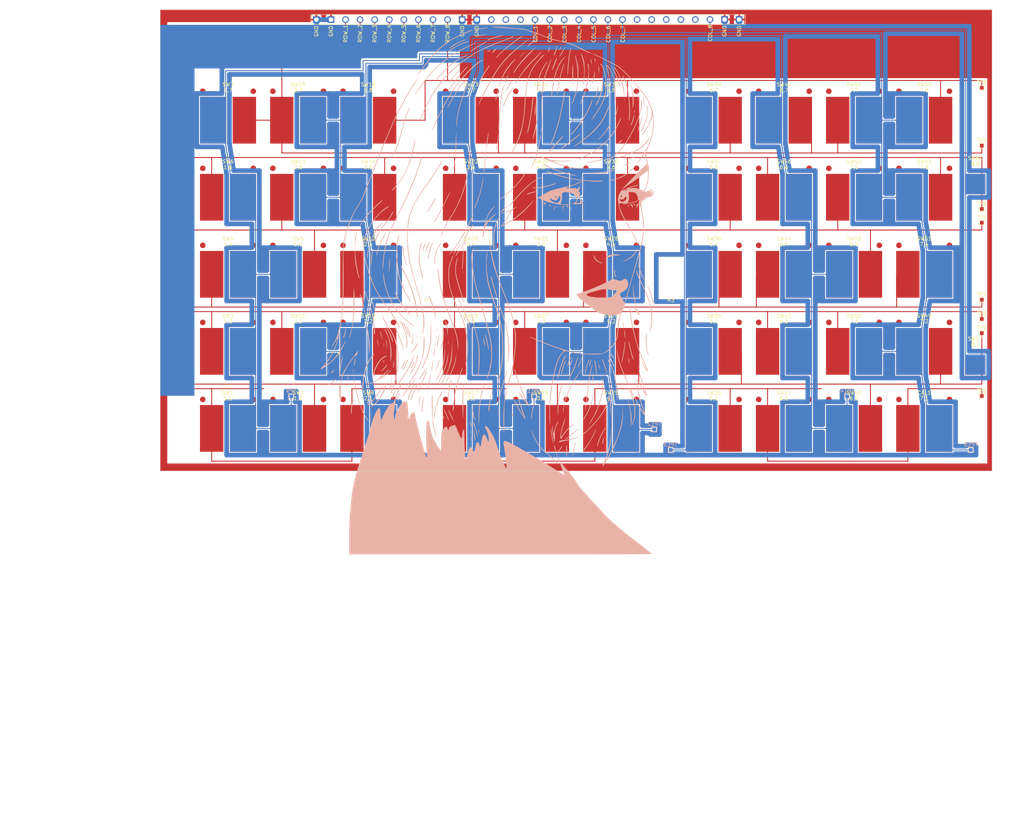
<source format=kicad_pcb>
(kicad_pcb (version 20221018) (generator pcbnew)
  (layers (0 "F.Cu" signal) (31 "B.Cu" signal) (34 "B.Paste" user) (35 "F.Paste" user) (36 "B.SilkS" user "B.Silkscreen") (37 "F.SilkS" user "F.Silkscreen") (38 "B.Mask" user) (39 "F.Mask" user) (44 "Edge.Cuts" user))
  (net 0 "")
  (net 1 "COL_7")
  (net 2 "ROW_1")
  (net 3 "GND")
  (net 4 "ROW_2")
  (net 5 "ROW_3")
  (net 6 "ROW_4")
  (net 7 "ROW_5")
  (net 8 "ROW_6")
  (net 9 "ROW_7")
  (net 10 "ROW_8")
  (net 11 "COL_1")
  (net 12 "COL_2")
  (net 13 "COL_3")
  (net 14 "COL_4")
  (net 15 "COL_5")
  (net 16 "COL_6")
  (net 17 "COL_8")
  (footprint "TestPoint:TestPoint_Pad_1.0x1.0mm" (layer "F.Cu") (at 399.97 72.22)
    (fp_text reference "TP8")
    (fp_text value "TestPoint")
  )
  (footprint "tam_cap:SW_CAP_F_R" (layer "F.Cu") (at 195.21 115.98)
    (fp_text reference "SW4")
    (fp_text value "1,4")
  )
  (footprint "TestPoint:TestPoint_Pad_1.0x1.0mm" (layer "F.Cu") (at 399.97 108.85)
    (fp_text reference "TP5")
    (fp_text value "TestPoint")
  )
  (footprint "tam_cap:CAL_CAP_F" (layer "F.Cu") (at 398.19 147.41)
    (fp_text reference "SW57")
    (fp_text value "8,2")
  )
  (footprint "tam_cap:SW_CAP_F_R" (layer "F.Cu") (at 261.19 115.98)
    (fp_text reference "SW20")
    (fp_text value "3,4")
  )
  (footprint "tam_cap:SW_CAP_F_L" (layer "F.Cu") (at 233.31 136.91)
    (fp_text reference "SW10")
    (fp_text value "2,2")
  )
  (footprint "tam_cap:SW_CAP_F_R" (layer "F.Cu") (at 280.24 136.91)
    (fp_text reference "SW27")
    (fp_text value "4,3")
  )
  (footprint "tam_cap:SW_CAP_F_L" (layer "F.Cu") (at 195.21 74.12)
    (fp_text reference "SW7")
    (fp_text value "1,7")
  )
  (footprint "tam_cap:SW_CAP_F_L" (layer "F.Cu") (at 233.31 95.05)
    (fp_text reference "SW14")
    (fp_text value "2,6")
  )
  (footprint "tam_cap:SW_CAP_F_L" (layer "F.Cu") (at 384.32 136.91)
    (fp_text reference "SW49")
    (fp_text value "7,2")
  )
  (footprint "tam_cap:SW_CAP_F_R" (layer "F.Cu") (at 195.21 157.84)
    (fp_text reference "SW1")
    (fp_text value "1,1")
  )
  (footprint "tam_cap:SW_CAP_F_R" (layer "F.Cu") (at 261.19 157.84)
    (fp_text reference "SW17")
    (fp_text value "3,1")
  )
  (footprint "tam_cap:SW_CAP_F_R" (layer "F.Cu") (at 214.26 74.12)
    (fp_text reference "SW15")
    (fp_text value "2,7")
  )
  (footprint "tam_cap:SW_CAP_F_R" (layer "F.Cu") (at 384.32 157.84)
    (fp_text reference "CAL1")
    (fp_text value "7,1")
  )
  (footprint "tam_cap:SW_CAP_F_R" (layer "F.Cu") (at 365.27 95.05)
    (fp_text reference "SW52")
    (fp_text value "7,5")
  )
  (footprint "tam_cap:SW_CAP_F_R" (layer "F.Cu") (at 346.22 157.84)
    (fp_text reference "SW41")
    (fp_text value "6,1")
  )
  (footprint "tam_cap:SW_CAP_F_R" (layer "F.Cu") (at 195.21 95.05)
    (fp_text reference "SW6")
    (fp_text value "1,6")
  )
  (footprint "tam_cap:SW_CAP_F_L" (layer "F.Cu") (at 346.22 74.12)
    (fp_text reference "SW47")
    (fp_text value "6,7")
  )
  (footprint "tam_cap:SW_CAP_F_R" (layer "F.Cu") (at 195.21 136.91)
    (fp_text reference "SW3")
    (fp_text value "1,3")
  )
  (footprint "tam_cap:SW_CAP_F_R" (layer "F.Cu") (at 280.24 95.05)
    (fp_text reference "SW29")
    (fp_text value "4,5")
  )
  (footprint "tam_cap:SW_CAP_F_L" (layer "F.Cu") (at 327.17 74.12)
    (fp_text reference "SW39")
    (fp_text value "5,7")
  )
  (footprint "tam_cap:SW_CAP_F_L" (layer "F.Cu") (at 365.27 115.98)
    (fp_text reference "SW45")
    (fp_text value "6,5")
  )
  (footprint "tam_cap:SW_CAP_F_L" (layer "F.Cu") (at 261.19 74.12)
    (fp_text reference "SW23")
    (fp_text value "3,7")
  )
  (footprint "tam_cap:SW_CAP_F_R" (layer "F.Cu") (at 346.22 136.91)
    (fp_text reference "SW43")
    (fp_text value "6,3")
  )
  (footprint "tam_cap:SW_CAP_F_R" (layer "F.Cu") (at 365.27 74.12)
    (fp_text reference "SW54")
    (fp_text value "7,7")
  )
  (footprint "tam_cap:F50_Hole" (layer "F.Cu") (at 249.5 126.235)
    (fp_text reference "H4")
    (fp_text value "XTHole")
  )
  (footprint "tam_cap:SW_CAP_F_R" (layer "F.Cu") (at 261.19 95.05)
    (fp_text reference "SW22")
    (fp_text value "3,6")
  )
  (footprint "tam_cap:SW_CAP_F_L" (layer "F.Cu") (at 327.17 95.05)
    (fp_text reference "SW37")
    (fp_text value "5,5")
  )
  (footprint "tam_cap:SW_CAP_F_R" (layer "F.Cu") (at 365.27 136.91)
    (fp_text reference "SW50")
    (fp_text value "7,3")
  )
  (footprint "tam_cap:SW_CAP_F_R" (layer "F.Cu") (at 214.26 95.05)
    (fp_text reference "SW13")
    (fp_text value "2,5")
  )
  (footprint "tam_cap:SW_CAP_F_L" (layer "F.Cu") (at 365.27 157.84)
    (fp_text reference "SW42")
    (fp_text value "6,2")
  )
  (footprint "tam_cap:F50_Hole" (layer "F.Cu") (at 315.48 126.235)
    (fp_text reference "H3")
    (fp_text value "MountingHole")
  )
  (footprint "tam_cap:SW_CAP_F_R" (layer "F.Cu") (at 261.19 136.91)
    (fp_text reference "SW19")
    (fp_text value "3,3")
  )
  (footprint "TestPoint:TestPoint_Pad_1.0x1.0mm" (layer "F.Cu") (at 399.97 105.14)
    (fp_text reference "TP6")
    (fp_text value "TestPoint")
  )
  (footprint "tam_cap:SW_CAP_F_L" (layer "F.Cu") (at 280.24 115.98)
    (fp_text reference "SW21")
    (fp_text value "3,5")
  )
  (footprint "TestPoint:TestPoint_Pad_1.0x1.0mm" (layer "F.Cu") (at 399.97 87.92)
    (fp_text reference "TP7")
    (fp_text value "TestPoint")
  )
  (footprint "tam_cap:SW_CAP_F_R" (layer "F.Cu") (at 233.31 157.84)
    (fp_text reference "SW9")
    (fp_text value "2,1")
  )
  (footprint "tam_cap:SW_CAP_F_L" (layer "F.Cu") (at 280.24 157.84)
    (fp_text reference "SW18")
    (fp_text value "3,2")
  )
  (footprint "tam_cap:SW_CAP_F_L" (layer "F.Cu") (at 299.29 95.05)
    (fp_text reference "SW30")
    (fp_text value "4,6")
  )
  (footprint "tam_cap:SW_CAP_F_L" (layer "F.Cu") (at 384.32 74.12)
    (fp_text reference "SW55")
    (fp_text value "7,8")
  )
  (footprint "tam_cap:SW_CAP_F_L" (layer "F.Cu") (at 299.29 136.91)
    (fp_text reference "SW26")
    (fp_text value "4,2")
  )
  (footprint "TestPoint:TestPoint_Pad_1.0x1.0mm" (layer "F.Cu") (at 399.97 155.94)
    (fp_text reference "TP1")
    (fp_text value "TestPoint")
  )
  (footprint "tam_cap:SW_CAP_F_R" (layer "F.Cu") (at 346.22 95.05)
    (fp_text reference "SW46")
    (fp_text value "6,6")
  )
  (footprint "TestPoint:TestPoint_Pad_1.0x1.0mm" (layer "F.Cu") (at 399.97 138.84)
    (fp_text reference "TP2")
    (fp_text value "TestPoint")
  )
  (footprint "tam_cap:SW_CAP_F_L" (layer "F.Cu") (at 384.32 95.05)
    (fp_text reference "SW53")
    (fp_text value "7,6")
  )
  (footprint "tam_cap:SW_CAP_F_R" (layer "F.Cu") (at 280.24 74.12)
    (fp_text reference "SW31")
    (fp_text value "4,7")
  )
  (footprint "tam_cap:SW_CAP_F_L" (layer "F.Cu") (at 214.26 115.98)
    (fp_text reference "SW5")
    (fp_text value "1,5")
  )
  (footprint "tam_cap:SW_CAP_F_R" (layer "F.Cu") (at 299.29 115.98)
    (fp_text reference "SW28")
    (fp_text value "4,4")
  )
  (footprint "tam_cap:SW_CAP_F_L" (layer "F.Cu") (at 299.29 74.12)
    (fp_text reference "SW32")
    (fp_text value "4,8")
  )
  (footprint "tam_cap:SW_CAP_F_R" (layer "F.Cu") (at 233.31 115.98)
    (fp_text reference "SW12")
    (fp_text value "2,4")
  )
  (footprint "tam_cap:SW_CAP_F_L" (layer "F.Cu") (at 327.17 115.98)
    (fp_text reference "SW36")
    (fp_text value "5,4")
  )
  (footprint "TestPoint:TestPoint_Pad_1.0x1.0mm" (layer "F.Cu") (at 399.97 129.78)
    (fp_text reference "TP4")
    (fp_text value "TestPoint")
  )
  (footprint "tam_cap:SW_CAP_F_L" (layer "F.Cu") (at 327.17 157.84)
    (fp_text reference "SW33")
    (fp_text value "5,1")
  )
  (footprint "tam_cap:SW_CAP_F_R" (layer "F.Cu") (at 214.26 136.91)
    (fp_text reference "SW11")
    (fp_text value "2,3")
  )
  (footprint "tam_cap:SW_CAP_F_R" (layer "F.Cu") (at 299.29 157.84)
    (fp_text reference "SW25")
    (fp_text value "4,1")
  )
  (footprint "tam_cap:SW_CAP_F_R" (layer "F.Cu") (at 384.32 115.98)
    (fp_text reference "SW51")
    (fp_text value "7,4")
  )
  (footprint "tam_cap:CONN_CAP_3.96mm" (layer "F.Cu") (at 235.05 48.615)
    (fp_text reference "J1" hide)
    (fp_text value "CONN_CAP")
  )
  (footprint "tam_cap:SW_CAP_F_L" (layer "F.Cu") (at 327.17 136.91)
    (fp_text reference "SW34")
    (fp_text value "5,2")
  )
  (footprint "TestPoint:TestPoint_Pad_1.0x1.0mm" (layer "F.Cu") (at 399.97 135.01)
    (fp_text reference "TP3")
    (fp_text value "TestPoint")
  )
  (footprint "tam_cap:SW_CAP_F_R" (layer "F.Cu") (at 346.22 115.98)
    (fp_text reference "SW44")
    (fp_text value "6,4")
  )
  (footprint "tam_cap:SW_CAP_F_L" (layer "F.Cu") (at 214.26 157.84)
    (fp_text reference "SW2")
    (fp_text value "1,2")
  )
  (footprint "tam_cap:CAL_CAP_F" (layer "F.Cu") (at 398.19 98.35)
    (fp_text reference "SW61")
    (fp_text value "8,6")
  )
  (footprint "tam_cap:SW_CAP_F_L" (layer "F.Cu") (at 233.31 74.12)
    (fp_text reference "SW16")
    (fp_text value "2,8")
  )
  (footprint "TestPoint:TestPoint_Pad_1.0x1.0mm" (layer "B.Cu") (at 212.37 156 180)
    (fp_text reference "TP9")
    (fp_text value "TestPoint")
  )
  (footprint "TestPoint:TestPoint_Pad_1.0x1.0mm" (layer "B.Cu") (at 363.38 156 180)
    (fp_text reference "TP14")
    (fp_text value "TestPoint")
  )
  (footprint "TestPoint:TestPoint_Pad_1.0x1.0mm" (layer "B.Cu") (at 315.46 170.58 180)
    (fp_text reference "TP13")
    (fp_text value "TestPoint")
  )
  (footprint "wheelwriter:taylor" (layer "B.Cu") (at 268.88275 123.488617 180)
    (fp_text reference "G***" hide)
    (fp_text value "LOGO" hide)
  )
  (footprint "TestPoint:TestPoint_Pad_1.0x1.0mm" (layer "B.Cu") (at 246 170.58 180)
    (fp_text reference "TP10")
    (fp_text value "TestPoint")
  )
  (footprint "TestPoint:TestPoint_Pad_1.0x1.0mm" (layer "B.Cu") (at 311 165 180)
    (fp_text reference "TP12")
    (fp_text value "TestPoint")
  )
  (footprint "TestPoint:TestPoint_Pad_1.0x1.0mm" (layer "B.Cu") (at 278.35 156 180)
    (fp_text reference "TP11")
    (fp_text value "TestPoint")
  )
  (footprint "TestPoint:TestPoint_Pad_1.0x1.0mm" (layer "B.Cu") (at 397 170.58 180)
    (fp_text reference "TP15")
    (fp_text value "TestPoint")
  )
  (gr_line (start 402.74 50.98) (end 176.8 50.98) (stroke (width 0.1)) (layer "Edge.Cuts"))
  (gr_line (start 176.8 176.3) (end 402.74 176.3) (stroke (width 0.1)) (layer "Edge.Cuts"))
  (gr_line (start 176.8 176.3) (end 176.8 50.98) (stroke (width 0.1)) (layer "Edge.Cuts"))
  (gr_line (start 402.74 176.3) (end 402.74 50.98) (stroke (width 0.1)) (layer "Edge.Cuts"))
  (segment (start 369.335 101.95) (end 380.4 101.95) (width 0.25) (layer "B.Cu") (net 1))
  (segment (start 372.76 81.09) (end 372.76 57.25) (width 0.25) (layer "B.Cu") (net 1))
  (segment (start 386.113079 122.010885) (end 383.37 139.33) (width 0.25) (layer "B.Cu") (net 1))
  (segment (start 372.76 57.25) (end 302.37 57.25) (width 0.25) (layer "B.Cu") (net 1))
  (segment (start 302.37 53.665) (end 302.37 57.25) (width 0.25) (layer "B.Cu") (net 1))
  (segment (start 383.06846 104.520442) (end 385.811539 121.839557) (width 0.25) (layer "B.Cu") (net 1))
  (segment (start 369.335 81.02) (end 380.4 81.02) (width 0.25) (layer "B.Cu") (net 1))
  (segment (start 372.76 81.885) (end 372.76 103.27) (width 0.25) (layer "B.Cu") (net 1))
  (segment (start 397 170.58) (end 388.98 170.58) (width 0.25) (layer "B.Cu") (net 1))
  (segment (start 383.17846 147.070442) (end 385.921539 164.389557) (width 0.25) (layer "B.Cu") (net 1))
  (segment (start 369.335 143.81) (end 380.24 143.81) (width 0.25) (layer "B.Cu") (net 1))
  (segment (start 256.745 164.74) (end 256.745 153.945) (width 0.25) (layer "F.Cu") (net 2))
  (segment (start 190.765 153.945) (end 190.76 153.94) (width 0.25) (layer "F.Cu") (net 2))
  (segment (start 379.875 173.635) (end 379.87 173.64) (width 0.25) (layer "F.Cu") (net 2))
  (segment (start 331.615 164.74) (end 331.615 153.955) (width 0.25) (layer "F.Cu") (net 2))
  (segment (start 190.765 173.635) (end 190.76 173.64) (width 0.25) (layer "F.Cu") (net 2))
  (segment (start 341.775 173.635) (end 341.78 173.64) (width 0.25) (layer "F.Cu") (net 2))
  (segment (start 294.845 164.74) (end 294.845 153.945) (width 0.25) (layer "F.Cu") (net 2))
  (segment (start 256.745 173.635) (end 256.74 173.64) (width 0.25) (layer "F.Cu") (net 2))
  (segment (start 256.745 164.74) (end 256.745 173.635) (width 0.25) (layer "F.Cu") (net 2))
  (segment (start 379.875 164.74) (end 379.875 173.635) (width 0.25) (layer "F.Cu") (net 2))
  (segment (start 180.12 55.3) (end 180.09 55.27) (width 0.25) (layer "F.Cu") (net 2))
  (segment (start 228.865 153.945) (end 228.86 153.94) (width 0.25) (layer "F.Cu") (net 2))
  (segment (start 379.875 164.74) (end 379.875 153.945) (width 0.25) (layer "F.Cu") (net 2))
  (segment (start 256.745 153.945) (end 256.74 153.94) (width 0.25) (layer "F.Cu") (net 2))
  (segment (start 256.74 153.94) (end 270.7 153.94) (width 0.25) (layer "F.Cu") (net 2))
  (segment (start 294.845 164.74) (end 294.845 173.635) (width 0.25) (layer "F.Cu") (net 2))
  (segment (start 256.74 173.64) (end 294.85 173.64) (width 0.25) (layer "F.Cu") (net 2))
  (segment (start 190.76 153.94) (end 204.92 153.94) (width 0.25) (layer "F.Cu") (net 2))
  (segment (start 228.86 153.94) (end 256.74 153.94) (width 0.25) (layer "F.Cu") (net 2))
  (segment (start 341.78 153.94) (end 356.37 153.94) (width 0.25) (layer "F.Cu") (net 2))
  (segment (start 228.865 164.74) (end 228.865 153.945) (width 0.25) (layer "F.Cu") (net 2))
  (segment (start 331.615 153.955) (end 331.63 153.94) (width 0.25) (layer "F.Cu") (net 2))
  (segment (start 227.13 55.3) (end 180.12 55.3) (width 0.25) (layer "F.Cu") (net 2))
  (segment (start 180.09 153.94) (end 180.09 55.27) (width 0.25) (layer "F.Cu") (net 2))
  (segment (start 341.775 164.74) (end 341.775 153.945) (width 0.25) (layer "F.Cu") (net 2))
  (segment (start 227.13 53.695) (end 227.13 55.3) (width 0.25) (layer "F.Cu") (net 2))
  (segment (start 190.765 164.74) (end 190.765 173.635) (width 0.25) (layer "F.Cu") (net 2))
  (segment (start 294.845 153.945) (end 294.85 153.94) (width 0.25) (layer "F.Cu") (net 2))
  (segment (start 379.87 153.94) (end 399.97 153.94) (width 0.25) (layer "F.Cu") (net 2))
  (segment (start 379.875 153.945) (end 379.87 153.94) (width 0.25) (layer "F.Cu") (net 2))
  (segment (start 294.845 173.635) (end 294.85 173.64) (width 0.25) (layer "F.Cu") (net 2))
  (segment (start 341.775 164.74) (end 341.775 173.635) (width 0.25) (layer "F.Cu") (net 2))
  (segment (start 190.765 164.74) (end 190.765 153.945) (width 0.25) (layer "F.Cu") (net 2))
  (segment (start 294.85 153.94) (end 331.63 153.94) (width 0.25) (layer "F.Cu") (net 2))
  (segment (start 180.09 153.94) (end 190.76 153.94) (width 0.25) (layer "F.Cu") (net 2))
  (segment (start 228.865 173.635) (end 228.86 173.64) (width 0.25) (layer "F.Cu") (net 2))
  (segment (start 228.865 164.74) (end 228.865 173.635) (width 0.25) (layer "F.Cu") (net 2))
  (segment (start 190.76 173.64) (end 228.86 173.64) (width 0.25) (layer "F.Cu") (net 2))
  (segment (start 399.97 155.94) (end 399.97 153.94) (width 0.25) (layer "F.Cu") (net 2))
  (segment (start 341.775 153.945) (end 341.78 153.94) (width 0.25) (layer "F.Cu") (net 2))
  (segment (start 341.78 173.64) (end 379.87 173.64) (width 0.25) (layer "F.Cu") (net 2))
  (segment (start 331.63 153.94) (end 341.78 153.94) (width 0.25) (layer "F.Cu") (net 2))
  (segment (start 223.175 53.695) (end 223.19 53.71) (width 1.27) (layer "F.Cu") (net 3))
  (segment (start 258.81 53.695) (end 258.81 56.8) (width 1.27) (layer "F.Cu") (net 3))
  (segment (start 262.77 53.695) (end 262.77 57.06) (width 1.27) (layer "F.Cu") (net 3))
  (segment (start 327.545 151.045) (end 320.689 151.045) (width 1.27) (layer "B.Cu") (net 3))
  (segment (start 337.715 73.785) (end 344.57 73.785) (width 1.27) (layer "B.Cu") (net 3))
  (segment (start 262.77 53.695) (end 262.77 56.66) (width 1.27) (layer "B.Cu") (net 3))
  (segment (start 346.6 87.43) (end 347.75 94.715) (width 1.27) (layer "B.Cu") (net 3))
  (segment (start 375.8 151.03) (end 375.8 144.82) (width 1.27) (layer "B.Cu") (net 3))
  (segment (start 261.99 64.76) (end 261.99 67.400298) (width 1.27) (layer "B.Cu") (net 3))
  (segment (start 271.735 115.645) (end 271.73 115.65) (width 1.27) (layer "B.Cu") (net 3))
  (segment (start 375.81 109.18) (end 375.81 102.96) (width 1.27) (layer "B.Cu") (net 3))
  (segment (start 352.7 136.575) (end 352.7 130.115) (width 1.27) (layer "B.Cu") (net 3))
  (segment (start 327.545 157.505) (end 327.545 171.975) (width 1.27) (layer "B.Cu") (net 3))
  (segment (start 193.65 88.255) (end 194.83 95.71) (width 1.27) (layer "B.Cu") (net 3))
  (segment (start 264.01 61.26) (end 297.64 61.26) (width 1.27) (layer "B.Cu") (net 3))
  (segment (start 194.835 171.975) (end 203.715 171.975) (width 1.27) (layer "B.Cu") (net 3))
  (segment (start 365.645 157.505) (end 365.645 171.975) (width 1.27) (layer "B.Cu") (net 3))
  (segment (start 222.765 82.03) (end 222.765 88.255) (width 1.27) (layer "B.Cu") (net 3))
  (segment (start 373.775 151.045) (end 375.815 151.045) (width 1.27) (layer "B.Cu") (net 3))
  (segment (start 201.69 130.115) (end 201.69 136.575) (width 1.27) (layer "B.Cu") (net 3))
  (segment (start 373.775 136.575) (end 373.775 142.795) (width 1.27) (layer "B.Cu") (net 3))
  (segment (start 249.02 64.76) (end 261.99 64.76) (width 1.27) (layer "B.Cu") (net 3))
  (segment (start 231.774225 136.575) (end 232.93 129.25) (width 1.27) (layer "B.Cu") (net 3))
  (segment (start 194.835 157.505) (end 194.835 171.975) (width 1.27) (layer "B.Cu") (net 3))
  (segment (start 271.735 130.115) (end 269.86 130.115) (width 1.27) (layer "B.Cu") (net 3))
  (segment (start 306.315 171.975) (end 300.565 171.975) (width 1.27) (layer "B.Cu") (net 3))
  (segment (start 263.515 171.975) (end 260.815 171.975) (width 1.27) (layer "B.Cu") (net 3))
  (segment (start 297.64 73.785) (end 297.64 61.26) (width 1.27) (layer "B.Cu") (net 3))
  (segment (start 299.665 150.2) (end 300.83 157.5) (width 1.27) (layer "B.Cu") (net 3))
  (segment (start 309.6 166.01) (end 307.8 166.01) (width 1.27) (layer "B.Cu") (net 3))
  (segment (start 297.64 61.26) (end 297.64 60.51) (width 1.27) (layer "B.Cu") (net 3))
  (segment (start 373.78 142.8) (end 375.81 142.8) (width 1.27) (layer "B.Cu") (net 3))
  (segment (start 260.815 109.185) (end 260.815 95.54) (width 1.27) (layer "B.Cu") (net 3))
  (segment (start 280.38 151.045) (end 279.865 150.53) (width 1.27) (layer "B.Cu") (net 3))
  (segment (start 269.695 165.75) (end 269.695 171.975) (width 1.27) (layer "B.Cu") (net 3))
  (segment (start 205.755 121.87) (end 203.72 121.87) (width 1.27) (layer "B.Cu") (net 3))
  (segment (start 271.735 130.115) (end 280.615 130.115) (width 1.27) (layer "B.Cu") (net 3))
  (segment (start 247.385 171.935) (end 247.385 169.195) (width 1.27) (layer "B.Cu") (net 3))
  (segment (start 262.735 94.715) (end 262.73 94.71) (width 1.27) (layer "B.Cu") (net 3))
  (segment (start 297.75 151.05) (end 290.79 151.05) (width 1.27) (layer "B.Cu") (net 3))
  (segment (start 307.795 171.975) (end 306.315 171.975) (width 1.27) (layer "B.Cu") (net 3))
  (segment (start 375.815 151.045) (end 375.8 151.03) (width 1.27) (layer "B.Cu") (net 3))
  (segment (start 373.775 144.82) (end 373.775 151.045) (width 1.27) (layer "B.Cu") (net 3))
  (segment (start 233.715 171.975) (end 232.935 171.975) (width 1.27) (layer "B.Cu") (net 3))
  (segment (start 290.78 100.94) (end 290.785 100.935) (width 1.27) (layer "B.Cu") (net 3))
  (segment (start 345.84 95.59) (end 344.68 88.255) (width 1.27) (layer "B.Cu") (net 3))
  (segment (start 203.72 115.66) (end 203.72 94.72) (width 1.27) (layer "B.Cu") (net 3))
  (segment (start 334.085 53.665) (end 334.09 53.67) (width 1.27) (layer "B.Cu") (net 3))
  (segment (start 261.565 87.35) (end 261.565 74.810131) (width 1.27) (layer "B.Cu") (net 3))
  (segment (start 401.825 94.715) (end 401.825 101.985) (width 1.27) (layer "B.Cu") (net 3))
  (segment (start 233.685 94.715) (end 226.83 94.715) (width 1.27) (layer "B.Cu") (net 3))
  (segment (start 392.84 169.57) (end 395.61 169.57) (width 1.27) (layer "B.Cu") (net 3))
  (segment (start 320.685 115.645) (end 327.545 115.645) (width 1.27) (layer "B.Cu") (net 3))
  (segment (start 224.805 109.185) (end 224.805 102.97) (width 1.27) (layer "B.Cu") (net 3))
  (segment (start 271.73 115.65) (end 271.73 121.87) (width 1.27) (layer "B.Cu") (net 3))
  (segment (start 383.94 116.51) (end 382.784664 109.185) (width 1.27) (layer "B.Cu") (net 3))
  (segment (start 298.915 171.975) (end 298.915 158.38) (width 1.27) (layer "B.Cu") (net 3))
  (segment (start 222.765 73.785) (end 222.77 73.79) (width 1.27) (layer "B.Cu") (net 3))
  (segment (start 222.765 144.82) (end 222.765 151.045) (width 1.27) (layer "B.Cu") (net 3))
  (segment (start 316.7 169.57) (end 318.65 169.57) (width 1.27) (layer "B.Cu") (net 3))
  (segment (start 201.69 151.045) (end 201.69 157.505) (width 1.27) (layer "B.Cu") (net 3))
  (segment (start 327.545 88.255) (end 320.69 88.255) (width 1.27) (layer "B.Cu") (net 3))
  (segment (start 397.88 169.195) (end 398.385 169.7) (width 1.27) (layer "B.Cu") (net 3))
  (segment (start 298.91 129.2) (end 298.91 116.484603) (width 1.27) (layer "B.Cu") (net 3))
  (segment (start 195.59 87.33) (end 195.59 68.6) (width 1.27) (layer "B.Cu") (net 3))
  (segment (start 252.685 73.785) (end 259.782129 73.785) (width 1.27) (layer "B.Cu") (net 3))
  (segment (start 247.345 171.975) (end 263.515 171.975) (width 1.27) (layer "B.Cu") (net 3))
  (segment (start 224.795 136.575) (end 224.8 136.58) (width 1.27) (layer "B.Cu") (net 3))
  (segment (start 300.565 171.975) (end 298.915 171.975) (width 1.27) (layer "B.Cu") (net 3))
  (segment (start 327.545 94.715) (end 327.545 109.185) (width 1.27) (layer "B.Cu") (net 3))
  (segment (start 205.75 130.11) (end 203.74 130.11) (width 1.27) (layer "B.Cu") (net 3))
  (segment (start 385.86 115.645) (end 392.825 115.645) (width 1.27) (layer "B.Cu") (net 3))
  (segment (start 383.94 129.235) (end 383.94 116.51) (width 1.27) (layer "B.Cu") (net 3))
  (segment (start 290.78 73.79) (end 290.785 73.785) (width 1.27) (layer "B.Cu") (net 3))
  (segment (start 219.21 53.695) (end 219.21 56.24) (width 1.27) (layer "B.Cu") (net 3))
  (segment (start 316.095 171.975) (end 321.115 171.975) (width 1.27) (layer "B.Cu") (net 3))
  (segment (start 232.935 171.975) (end 232.935 158.36) (width 1.27) (layer "B.Cu") (net 3))
  (segment (start 203.72 94.72) (end 203.715 94.715) (width 1.27) (layer "B.Cu") (net 3))
  (segment (start 288.745 136.575) (end 290.785 136.575) (width 1.27) (layer "B.Cu") (net 3))
  (segment (start 365.645 157.505) (end 364.38 157.505) (width 1.27) (layer "B.Cu") (net 3))
  (segment (start 259.66 88.26) (end 252.69 88.26) (width 1.27) (layer "B.Cu") (net 3))
  (segment (start 222.765 142.8) (end 224.8 142.8) (width 1.27) (layer "B.Cu") (net 3))
  (segment (start 384.695 73.785) (end 384.695 88.255) (width 1.27) (layer "B.Cu") (net 3))
  (segment (start 344.68 88.255) (end 337.715 88.255) (width 1.27) (layer "B.Cu") (net 3))
  (segment (start 194.83 95.71) (end 194.83 109.18) (width 1.27) (layer "B.Cu") (net 3))
  (segment (start 279.865 73.865) (end 279.945 73.785) (width 1.27) (layer "B.Cu") (net 3))
  (segment (start 232.93 129.25) (end 232.93 116.525) (width 1.27) (layer "B.Cu") (net 3))
  (segment (start 186.705 73.785) (end 186.705 88.255) (width 1.27) (layer "B.Cu") (net 3))
  (segment (start 364.9 73.78) (end 371.75 73.78) (width 1.27) (layer "B.Cu") (net 3))
  (segment (start 398.375 171.975) (end 395.805 171.975) (width 1.27) (layer "B.Cu") (net 3))
  (segment (start 288.75 109.18) (end 290.78 109.18) (width 1.27) (layer "B.Cu") (net 3))
  (segment (start 288.745 142.8) (end 290.785 142.8) (width 1.27) (layer "B.Cu") (net 3))
  (segment (start 279.865 88.255) (end 279.865 73.865) (width 1.27) (layer "B.Cu") (net 3))
  (segment (start 224.805 136.575) (end 231.774225 136.575) (width 1.27) (layer "B.Cu") (net 3))
  (segment (start 356.765 130.115) (end 354.86 130.115) (width 1.27) (layer "B.Cu") (net 3))
  (segment (start 224.805 102.97) (end 224.795 102.96) (width 1.27) (layer "B.Cu") (net 3))
  (segment (start 373.78 94.81) (end 373.78 96.75) (width 1.27) (layer "B.Cu") (net 3))
  (segment (start 345.845 109.185) (end 345.84 109.18) (width 1.27) (layer "B.Cu") (net 3))
  (segment (start 375.815 109.185) (end 375.81 109.18) (width 1.27) (layer "B.Cu") (net 3))
  (segment (start 352.7 109.185) (end 345.845 109.185) (width 1.27) (layer "B.Cu") (net 3))
  (segment (start 320.684 136.569) (end 320.69 136.575) (width 1.27) (layer "B.Cu") (net 3))
  (segment (start 224.81 151.05) (end 224.805 151.045) (width 1.27) (layer "B.Cu") (net 3))
  (segment (start 375.805 136.575) (end 375.81 136.58) (width 1.27) (layer "B.Cu") (net 3))
  (segment (start 364.895 94.715) (end 371.75 94.715) (width 1.27) (layer "B.Cu") (net 3))
  (segment (start 279.36 157.5) (end 279.735 157.125) (width 1.27) (layer "B.Cu") (net 3))
  (segment (start 384.695 137.44) (end 384.695 150.175) (width 1.27) (layer "B.Cu") (net 3))
  (segment (start 383.955 171.975) (end 383.94 171.96) (width 1.27) (layer "B.Cu") (net 3))
  (segment (start 311.56 130.28) (end 311.54 130.3) (width 1.27) (layer "B.Cu") (net 3))
  (segment (start 327.545 73.785) (end 327.54 73.78) (width 1.27) (layer "B.Cu") (net 3))
  (segment (start 327.545 136.575) (end 327.545 151.045) (width 1.27) (layer "B.Cu") (net 3))
  (segment (start 205.755 157.505) (end 211.35 157.505) (width 1.27) (layer "B.Cu") (net 3))
  (segment (start 213.885 94.715) (end 222.765 94.715) (width 1.27) (layer "B.Cu") (net 3))
  (segment (start 290.79 109.19) (end 290.785 109.185) (width 1.27) (layer "B.Cu") (net 3))
  (segment (start 260.815 171.975) (end 260.815 157.505) (width 1.27) (layer "B.Cu") (net 3))
  (segment (start 297.75 109.19) (end 290.79 109.19) (width 1.27) (layer "B.Cu") (net 3))
  (segment (start 373.79 100.94) (end 375.81 100.94) (width 1.27) (layer "B.Cu") (net 3))
  (segment (start 205.755 157.505) (end 205.755 163.73) (width 1.27) (layer "B.Cu") (net 3))
  (segment (start 213.755 154.615) (end 213.755 157.125) (width 1.27) (layer "B.Cu") (net 3))
  (segment (start 195.58 68.59) (end 195.59 68.58) (width 1.27) (layer "B.Cu") (net 3))
  (segment (start 203.72 121.87) (end 203.72 115.66) (width 1.27) (layer "B.Cu") (net 3))
  (segment (start 233.685 66.58) (end 248.418356 66.58) (width 1.27) (layer "B.Cu") (net 3))
  (segment (start 320.689 130.115) (end 320.684 130.12) (width 1.27) (layer "B.Cu") (net 3))
  (segment (start 271.735 165.75) (end 269.695 165.75) (width 1.27) (layer "B.Cu") (net 3))
  (segment (start 320.684 151.05) (end 320.684 157.499) (width 1.27) (layer "B.Cu") (net 3))
  (segment (start 267.665 136.575) (end 267.67 136.57) (width 1.27) (layer "B.Cu") (net 3))
  (segment (start 375.8 80.01) (end 375.8 73.8) (width 1.27) (layer "B.Cu") (net 3))
  (segment (start 271.73 115.65) (end 269.695 115.65) (width 1.27) (layer "B.Cu") (net 3))
  (segment (start 269.695 171.975) (end 271.735 171.975) (width 1.27) (layer "B.Cu") (net 3))
  (segment (start 352.7 157.505) (end 352.7 151.045) (width 1.27) (layer "B.Cu") (net 3))
  (segment (start 241.815 157.505) (end 241.81 157.5) (width 1.27) (layer "B.Cu") (net 3))
  (segment (start 222.77 73.79) (end 224.8 73.79) (width 1.27) (layer "B.Cu") (net 3))
  (segment (start 375.81 100.94) (end 375.81 94.72) (width 1.27) (layer "B.Cu") (net 3))
  (segment (start 288.745 94.715) (end 290.785 94.715) (width 1.27) (layer "B.Cu") (net 3))
  (segment (start 346.6 87.43) (end 346.6 58.26) (width 1.27) (layer "B.Cu") (net 3))
  (segment (start 298.91 116.484603) (end 297.75 109.19) (width 1.27) (layer "B.Cu") (net 3))
  (segment (start 354.73 121.87) (end 356.765 121.87) (width 1.27) (layer "B.Cu") (net 3))
  (segment (start 320.689 151.045) (end 320.684 151.05) (width 1.27) (layer "B.Cu") (net 3))
  (segment (start 311.54 130.3) (end 311.54 117.48) (width 1.27) (layer "B.Cu") (net 3))
  (segment (start 219.21 53.695) (end 223.185 53.695) (width 1.27) (layer "B.Cu") (net 3))
  (segment (start 361.995 157.16) (end 361.995 154.615) (width 1.27) (layer "B.Cu") (net 3))
  (segment (start 222.765 136.575) (end 222.765 142.8) (width 1.27) (layer "B.Cu") (net 3))
  (segment (start 205.755 171.975) (end 214.635 171.975) (width 1.27) (layer "B.Cu") (net 3))
  (segment (start 196.74 94.715) (end 195.59 87.33) (width 1.27) (layer "B.Cu") (net 3))
  (segment (start 299.665 108.32) (end 300.83 115.64) (width 1.27) (layer "B.Cu") (net 3))
  (segment (start 354.725 157.51) (end 354.725 163.725) (width 1.27) (layer "B.Cu") (net 3))
  (segment (start 327.545 115.645) (end 327.545 130.115) (width 1.27) (layer "B.Cu") (net 3))
  (segment (start 232.93 116.525) (end 232.935 116.52) (width 1.27) (layer "B.Cu") (net 3))
  (segment (start 375.815 88.255) (end 375.81 88.25) (width 1.27) (layer "B.Cu") (net 3))
  (segment (start 224.805 144.82) (end 222.765 144.82) (width 1.27) (layer "B.Cu") (net 3))
  (segment (start 263.858936 68.176548) (end 264.01 68.025484) (width 1.27) (layer "B.Cu") (net 3))
  (segment (start 375.81 136.58) (end 375.82 136.57) (width 1.27) (layer "B.Cu") (net 3))
  (segment (start 224.805 100.94) (end 224.805 94.71) (width 1.27) (layer "B.Cu") (net 3))
  (segment (start 271.735 157.505) (end 269.7 157.505) (width 1.27) (layer "B.Cu") (net 3))
  (segment (start 299.67 137.37) (end 299.67 150.195) (width 1.27) (layer "B.Cu") (net 3))
  (segment (start 320.684 157.499) (end 320.69 157.505) (width 1.27) (layer "B.Cu") (net 3))
  (segment (start 261.565 74.810131) (end 263.858936 68.176548) (width 1.27) (layer "B.Cu") (net 3))
  (segment (start 205.755 157.505) (end 203.735 157.505) (width 1.27) (layer "B.Cu") (net 3))
  (segment (start 364.765 154.615) (end 364.765 157.25) (width 1.27) (layer "B.Cu") (net 3))
  (segment (start 356.765 115.645) (end 354.905 115.645) (width 1.27) (layer "B.Cu") (net 3))
  (segment (start 276.965 154.615) (end 276.965 157.385) (width 1.27) (layer "B.Cu") (net 3))
  (segment (start 354.73 157.505) (end 354.725 157.51) (width 1.27) (layer "B.Cu") (net 3))
  (segment (start 392.825 130.115) (end 392.82 130.12) (width 1.27) (layer "B.Cu") (net 3))
  (segment (start 222.765 88.255) (end 213.885 88.255) (width 1.27) (layer "B.Cu") (net 3))
  (segment (start 280.615 157.505) (end 279.365 157.505) (width 1.27) (layer "B.Cu") (net 3))
  (segment (start 364.895 73.785) (end 364.9 73.78) (width 1.27) (layer "B.Cu") (net 3))
  (segment (start 364.38 157.505) (end 364.38 157.27) (width 1.27) (layer "B.Cu") (net 3))
  (segment (start 373.775 109.185) (end 364.895 109.185) (width 1.27) (layer "B.Cu") (net 3))
  (segment (start 213.885 109.185) (end 213.885 94.715) (width 1.27) (layer "B.Cu") (net 3))
  (segment (start 222.77 102.96) (end 222.77 109.18) (width 1.27) (layer "B.Cu") (net 3))
  (segment (start 279.735 157.125) (end 279.735 155.13) (width 1.27) (layer "B.Cu") (net 3))
  (segment (start 201.69 109.19) (end 201.69 115.645) (width 1.27) (layer "B.Cu") (net 3))
  (segment (start 203.72 163.73) (end 203.72 157.52) (width 1.27) (layer "B.Cu") (net 3))
  (segment (start 345.845 171.955) (end 345.845 157.505) (width 1.27) (layer "B.Cu") (net 3))
  (segment (start 318.664 117.48) (end 318.664 59.76) (width 1.27) (layer "B.Cu") (net 3))
  (segment (start 203.72 130.09) (end 203.72 123.89) (width 1.27) (layer "B.Cu") (net 3))
  (segment (start 194.835 136.575) (end 194.835 151.045) (width 1.27) (layer "B.Cu") (net 3))
  (segment (start 371.75 94.715) (end 371.75 88.255) (width 1.27) (layer "B.Cu") (net 3))
  (segment (start 205.755 115.645) (end 203.735 115.645) (width 1.27) (layer "B.Cu") (net 3))
  (segment (start 248.418356 66.58) (end 249.02 65.978356) (width 1.27) (layer "B.Cu") (net 3))
  (segment (start 247.345 171.975) (end 247.385 171.935) (width 1.27) (layer "B.Cu") (net 3))
  (segment (start 327.545 109.185) (end 320.689 109.185) (width 1.27) (layer "B.Cu") (net 3))
  (segment (start 271.73 121.87) (end 269.7 121.87) (width 1.27) (layer "B.Cu") (net 3))
  (segment (start 356.765 157.505) (end 354.73 157.505) (width 1.27) (layer "B.Cu") (net 3))
  (segment (start 398.385 169.7) (end 398.385 171.965) (width 1.27) (layer "B.Cu") (net 3))
  (segment (start 356.75 171.96) (end 356.765 171.975) (width 1.27) (layer "B.Cu") (net 3))
  (segment (start 354.725 171.975) (end 356.765 171.975) (width 1.27) (layer "B.Cu") (net 3))
  (segment (start 194.84 109.19) (end 201.69 109.19) (width 1.27) (layer "B.Cu") (net 3))
  (segment (start 373.775 142.795) (end 373.78 142.8) (width 1.27) (layer "B.Cu") (net 3))
  (segment (start 269.695 171.975) (end 263.515 171.975) (width 1.27) (layer "B.Cu") (net 3))
  (segment (start 395.77 171.745) (end 395.77 171.59) (width 1.27) (layer "B.Cu") (net 3))
  (segment (start 352.7 115.645) (end 352.7 109.185) (width 1.27) (layer "B.Cu") (net 3))
  (segment (start 258.81 53.695) (end 258.81 56.56) (width 1.27) (layer "B.Cu") (net 3))
  (segment (start 334.05 53.665) (end 334.05 55.49) (width 1.27) (layer "B.Cu") (net 3))
  (segment (start 244.6 169.57) (end 241.82 169.57) (width 1.27) (layer "B.Cu") (net 3))
  (segment (start 290.785 142.8) (end 290.785 136.575) (width 1.27) (layer "B.Cu") (net 3))
  (segment (start 203.715 171.975) (end 205.755 171.975) (width 1.27) (layer "B.Cu") (net 3))
  (segment (start 290.785 144.82) (end 288.745 144.82) (width 1.27) (layer "B.Cu") (net 3))
  (segment (start 371.75 73.78) (end 371.75 58.26) (width 1.27) (layer "B.Cu") (net 3))
  (segment (start 396.58 101.99) (end 396.58 143.775) (width 1.27) (layer "B.Cu") (net 3))
  (segment (start 394.555 151.045) (end 394.555 57.51) (width 1.27) (layer "B.Cu") (net 3))
  (segment (start 356.765 123.89) (end 354.725 123.89) (width 1.27) (layer "B.Cu") (net 3))
  (segment (start 345.845 157.505) (end 352.7 157.505) (width 1.27) (layer "B.Cu") (net 3))
  (segment (start 320.69 94.715) (end 327.545 94.715) (width 1.27) (layer "B.Cu") (net 3))
  (segment (start 222.765 136.575) (end 224.795 136.575) (width 1.27) (layer "B.Cu") (net 3))
  (segment (start 356.765 130.115) (end 356.765 123.89) (width 1.27) (layer "B.Cu") (net 3))
  (segment (start 214.635 171.975) (end 214.635 157.505) (width 1.27) (layer "B.Cu") (net 3))
  (segment (start 232.935 116.52) (end 231.77 109.19) (width 1.27) (layer "B.Cu") (net 3))
  (segment (start 318.665 171.975) (end 321.115 171.975) (width 1.27) (layer "B.Cu") (net 3))
  (segment (start 288.75 109.18) (end 288.745 109.185) (width 1.27) (layer "B.Cu") (net 3))
  (segment (start 356.765 171.975) (end 363.165 171.975) (width 1.27) (layer "B.Cu") (net 3))
  (segment (start 224.8 73.79) (end 224.8 80.01) (width 1.27) (layer "B.Cu") (net 3))
  (segment (start 384.695 94.715) (end 384.7 94.72) (width 1.27) (layer "B.Cu") (net 3))
  (segment (start 306.315 171.975) (end 314.145 171.975) (width 1.27) (layer "B.Cu") (net 3))
  (segment (start 290.785 88.255) (end 290.785 82.03) (width 1.27) (layer "B.Cu") (net 3))
  (segment (start 354.73 94.72) (end 354.73 115.82) (width 1.27) (layer "B.Cu") (net 3))
  (segment (start 401.825 143.775) (end 401.825 151.045) (width 1.27) (layer "B.Cu") (net 3))
  (segment (start 279.945 73.785) (end 288.745 73.785) (width 1.27) (layer "B.Cu") (net 3))
  (segment (start 267.67 151.05) (end 260.82 151.05) (width 1.27) (layer "B.Cu") (net 3))
  (segment (start 345.845 115.645) (end 352.7 115.645) (width 1.27) (layer "B.Cu") (net 3))
  (segment (start 280.615 171.975) (end 300.565 171.975) (width 1.27) (layer "B.Cu") (net 3))
  (segment (start 299.665 59.76) (end 299.665 108.32) (width 1.27) (layer "B.Cu") (net 3))
  (segment (start 213.885 136.575) (end 222.765 136.575) (width 1.27) (layer "B.Cu") (net 3))
  (segment (start 194.835 130.115) (end 201.69 130.115) (width 1.27) (layer "B.Cu") (net 3))
  (segment (start 297.64 88.26) (end 290.79 88.26) (width 1.27) (layer "B.Cu") (net 3))
  (segment (start 222.765 109.185) (end 213.885 109.185) (width 1.27) (layer "B.Cu") (net 3))
  (segment (start 201.69 157.505) (end 194.835 157.505) (width 1.27) (layer "B.Cu") (net 3))
  (segment (start 309.975 166.385) (end 309.6 166.01) (width 1.27) (layer "B.Cu") (net 3))
  (segment (start 307.79 157.5) (end 307.8 157.51) (width 1.27) (layer "B.Cu") (net 3))
  (segment (start 316.61 169.48) (end 316.7 169.57) (width 1.27) (layer "B.Cu") (net 3))
  (segment (start 239.395 171.975) (end 245.175 171.975) (width 1.27) (layer "B.Cu") (net 3))
  (segment (start 193.56 73.785) (end 193.56 65.62) (width 1.27) (layer "B.Cu") (net 3))
  (segment (start 364.895 109.185) (end 364.895 94.715) (width 1.27) (layer "B.Cu") (net 3))
  (segment (start 279.22 154.615) (end 276.965 154.615) (width 1.27) (layer "B.Cu") (net 3))
  (segment (start 383.94 158.4) (end 382.78 151.045) (width 1.27) (layer "B.Cu") (net 3))
  (segment (start 383.955 171.975) (end 390.885 171.975) (width 1.27) (layer "B.Cu") (net 3))
  (segment (start 382.78 151.045) (end 375.815 151.045) (width 1.27) (layer "B.Cu") (net 3))
  (segment (start 234.85 115.64) (end 233.685 108.32) (width 1.27) (layer "B.Cu") (net 3))
  (segment (start 395.985 169.195) (end 397.88 169.195) (width 1.27) (layer "B.Cu") (net 3))
  (segment (start 309.76 163.99) (end 309.84 163.91) (width 1.27) (layer "B.Cu") (net 3))
  (segment (start 385.86 157.505) (end 392.825 157.505) (width 1.27) (layer "B.Cu") (net 3))
  (segment (start 356.765 115.645) (end 365.645 115.645) (width 1.27) (layer "B.Cu") (net 3))
  (segment (start 320.69 88.255) (end 320.69 94.715) (width 1.27) (layer "B.Cu") (net 3))
  (segment (start 288.745 151.045) (end 280.38 151.045) (width 1.27) (layer "B.Cu") (net 3))
  (segment (start 195.59 68.6) (end 195.58 68.59) (width 1.27) (layer "B.Cu") (net 3))
  (segment (start 290.785 73.785) (end 297.64 73.785) (width 1.27) (layer "B.Cu") (net 3))
  (segment (start 288.745 73.785) (end 288.745 80.005) (width 1.27) (layer "B.Cu") (net 3))
  (segment (start 244.975 169.195) (end 244.6 169.57) (width 1.27) (layer "B.Cu") (net 3))
  (segment (start 384.7 108.35) (end 385.86 115.645) (width 1.27) (layer "B.Cu") (net 3))
  (segment (start 345.845 130.115) (end 345.845 115.645) (width 1.27) (layer "B.Cu") (net 3))
  (segment (start 314.075 169.195) (end 314.075 171.905) (width 1.27) (layer "B.Cu") (net 3))
  (segment (start 233.685 88.255) (end 233.685 66.58) (width 1.27) (layer "B.Cu") (net 3))
  (segment (start 373.78 96.75) (end 373.775 96.755) (width 1.27) (layer "B.Cu") (net 3))
  (segment (start 384.7 150.18) (end 385.86 157.505) (width 1.27) (layer "B.Cu") (net 3))
  (segment (start 203.715 171.975) (end 203.715 165.75) (width 1.27) (layer "B.Cu") (net 3))
  (segment (start 213.385 157.505) (end 214.635 157.505) (width 1.27) (layer "B.Cu") (net 3))
  (segment (start 241.815 115.645) (end 241.81 115.64) (width 1.27) (layer "B.Cu") (net 3))
  (segment (start 269.695 157.5) (end 269.695 130.28) (width 1.27) (layer "B.Cu") (net 3))
  (segment (start 224.8 109.18) (end 224.81 109.19) (width 1.27) (layer "B.Cu") (net 3))
  (segment (start 373.775 109.185) (end 375.815 109.185) (width 1.27) (layer "B.Cu") (net 3))
  (segment (start 213.755 157.125) (end 213.38 157.5) (width 1.27) (layer "B.Cu") (net 3))
  (segment (start 392.825 157.505) (end 392.825 169.555) (width 1.27) (layer "B.Cu") (net 3))
  (segment (start 280.615 130.115) (end 280.615 115.645) (width 1.27) (layer "B.Cu") (net 3))
  (segment (start 395.61 169.57) (end 395.985 169.195) (width 1.27) (layer "B.Cu") (net 3))
  (segment (start 395.77 171.59) (end 392.68 171.59) (width 1.27) (layer "B.Cu") (net 3))
  (segment (start 290.785 109.185) (end 290.785 102.96) (width 1.27) (layer "B.Cu") (net 3))
  (segment (start 222.77 109.18) (end 222.765 109.185) (width 1.27) (layer "B.Cu") (net 3))
  (segment (start 395.805 171.975) (end 390.885 171.975) (width 1.27) (layer "B.Cu") (net 3))
  (segment (start 373.775 96.755) (end 373.775 100.93) (width 1.27) (layer "B.Cu") (net 3))
  (segment (start 354.725 171.975) (end 354.725 165.765) (width 1.27) (layer "B.Cu") (net 3))
  (segment (start 384.695 88.255) (end 375.815 88.255) (width 1.27) (layer "B.Cu") (net 3))
  (segment (start 401.825 101.985) (end 401.82 101.99) (width 1.27) (layer "B.Cu") (net 3))
  (segment (start 222.765 94.715) (end 224.8 94.715) (width 1.27) (layer "B.Cu") (net 3))
  (segment (start 203.735 157.505) (end 203.72 157.52) (width 1.27) (layer "B.Cu") (net 3))
  (segment (start 288.745 94.715) (end 288.75 94.72) (width 1.27) (layer "B.Cu") (net 3))
  (segment (start 356.76 163.73) (end 356.76 157.51) (width 1.27) (layer "B.Cu") (net 3))
  (segment (start 365.645 115.645) (end 365.645 130.115) (width 1.27) (layer "B.Cu") (net 3))
  (segment (start 213.885 88.255) (end 213.885 73.915) (width 1.27) (layer "B.Cu") (net 3))
  (segment (start 345.825 171.975) (end 354.725 171.975) (width 1.27) (layer "B.Cu") (net 3))
  (segment (start 290.79 88.26) (end 290.785 88.255) (width 1.27) (layer "B.Cu") (net 3))
  (segment (start 314.145 171.975) (end 316.095 171.975) (width 1.27) (layer "B.Cu") (net 3))
  (segment (start 354.725 165.765) (end 354.74 165.75) (width 1.27) (layer "B.Cu") (net 3))
  (segment (start 241.815 169.565) (end 241.815 157.505) (width 1.27) (layer "B.Cu") (net 3))
  (segment (start 373.775 151.045) (end 364.895 151.045) (width 1.27) (layer "B.Cu") (net 3))
  (segment (start 334.05 55.49) (end 330.09 55.49) (width 1.27) (layer "B.Cu") (net 3))
  (segment (start 245.175 171.975) (end 247.345 171.975) (width 1.27) (layer "B.Cu") (net 3))
  (segment (start 222.765 100.94) (end 224.805 100.94) (width 1.27) (layer "B.Cu") (net 3))
  (segment (start 259.782129 73.785) (end 261.99 67.400298) (width 1.27) (layer "B.Cu") (net 3))
  (segment (start 375.815 73.785) (end 384.695 73.785) (width 1.27) (layer "B.Cu") (net 3))
  (segment (start 300.83 115.64) (end 307.79 115.64) (width 1.27) (layer "B.Cu") (net 3))
  (segment (start 232.935 158.36) (end 231.78 151.05) (width 1.27) (layer "B.Cu") (net 3))
  (segment (start 375.81 94.72) (end 373.87 94.72) (width 1.27) (layer "B.Cu") (net 3))
  (segment (start 205.755 163.73) (end 203.72 163.73) (width 1.27) (layer "B.Cu") (net 3))
  (segment (start 269.695 121.865) (end 269.695 115.65) (width 1.27) (layer "B.Cu") (net 3))
  (segment (start 395.805 171.78) (end 395.77 171.745) (width 1.27) (layer "B.Cu") (net 3))
  (segment (start 318.65 169.57) (end 318.664 169.556) (width 1.27) (layer "B.Cu") (net 3))
  (segment (start 231.65 68.58) (end 231.66 68.59) (width 1.27) (layer "B.Cu") (net 3))
  (segment (start 354.725 129.98) (end 354.725 157.51) (width 1.27) (layer "B.Cu") (net 3))
  (segment (start 186.705 73.785) (end 193.56 73.785) (width 1.27) (layer "B.Cu") (net 3))
  (segment (start 233.685 108.32) (end 233.685 94.715) (width 1.27) (layer "B.Cu") (net 3))
  (segment (start 363.165 171.975) (end 383.955 171.975) (width 1.27) (layer "B.Cu") (net 3))
  (segment (start 214.635 130.115) (end 214.635 115.645) (width 1.27) (layer "B.Cu") (net 3))
  (segment (start 352.7 130.115) (end 345.845 130.115) (width 1.27) (layer "B.Cu") (net 3))
  (segment (start 356.765 157.505) (end 362.34 157.505) (width 1.27) (layer "B.Cu") (net 3))
  (segment (start 373.775 102.96) (end 373.775 109.185) (width 1.27) (layer "B.Cu") (net 3))
  (segment (start 373.78 80.01) (end 375.8 80.01) (width 1.27) (layer "B.Cu") (net 3))
  (segment (start 362.34 157.505) (end 361.995 157.16) (width 1.27) (layer "B.Cu") (net 3))
  (segment (start 288.745 144.82) (end 288.745 151.045) (width 1.27) (layer "B.Cu") (net 3))
  (segment (start 290.785 151.045) (end 290.785 144.82) (width 1.27) (layer "B.Cu") (net 3))
  (segment (start 307.795 163.98) (end 307.805 163.99) (width 1.27) (layer "B.Cu") (net 3))
  (segment (start 226.83 94.715) (end 226.83 88.255) (width 1.27) (layer "B.Cu") (net 3))
  (segment (start 247.345 171.975) (end 247.865 171.975) (width 1.27) (layer "B.Cu") (net 3))
  (segment (start 226.83 88.255) (end 233.685 88.255) (width 1.27) (layer "B.Cu") (net 3))
  (segment (start 354.73 163.73) (end 356.76 163.73) (width 1.27) (layer "B.Cu") (net 3))
  (segment (start 264.01 68.025484) (end 264.01 61.26) (width 1.27) (layer "B.Cu") (net 3))
  (segment (start 375.815 94.715) (end 384.695 94.715) (width 1.27) (layer "B.Cu") (net 3))
  (segment (start 307.8 163.975) (end 307.795 163.98) (width 1.27) (layer "B.Cu") (net 3))
  (segment (start 288.745 73.785) (end 290.775 73.785) (width 1.27) (layer "B.Cu") (net 3))
  (segment (start 320.69 157.505) (end 327.545 157.505) (width 1.27) (layer "B.Cu") (net 3))
  (segment (start 307.805 163.99) (end 309.76 163.99) (width 1.27) (layer "B.Cu") (net 3))
  (segment (start 279.365 157.505) (end 279.36 157.5) (width 1.27) (layer "B.Cu") (net 3))
  (segment (start 290.79 151.05) (end 290.785 151.045) (width 1.27) (layer "B.Cu") (net 3))
  (segment (start 375.81 94.72) (end 375.815 94.715) (width 1.27) (layer "B.Cu") (net 3))
  (segment (start 205.755 130.115) (end 214.635 130.115) (width 1.27) (layer "B.Cu") (net 3))
  (segment (start 288.745 80.005) (end 288.75 80.01) (width 1.27) (layer "B.Cu") (net 3))
  (segment (start 288.75 94.72) (end 288.75 100.94) (width 1.27) (layer "B.Cu") (net 3))
  (segment (start 398.385 171.965) (end 398.375 171.975) (width 1.27) (layer "B.Cu") (net 3))
  (segment (start 260.815 115.645) (end 267.67 115.645) (width 1.27) (layer "B.Cu") (net 3))
  (segment (start 222.77 73.79) (end 222.77 80.01) (width 1.27) (layer "B.Cu") (net 3))
  (segment (start 269.695 94.715) (end 262.735 94.715) (width 1.27) (layer "B.Cu") (net 3))
  (segment (start 267.67 130.12) (end 260.82 130.12) (width 1.27) (layer "B.Cu") (net 3))
  (segment (start 373.87 94.72) (end 373.78 94.81) (width 1.27) (layer "B.Cu") (net 3))
  (segment (start 318.664 59.76) (end 299.665 59.76) (width 1.27) (layer "B.Cu") (net 3))
  (segment (start 242.41 171.59) (end 241.66 171.59) (width 1.27) (layer "B.Cu") (net 3))
  (segment (start 214.015 73.785) (end 222.765 73.785) (width 1.27) (layer "B.Cu") (net 3))
  (segment (start 307.795 166.015) (end 307.795 171.975) (width 1.27) (layer "B.Cu") (net 3))
  (segment (start 347.75 94.715) (end 354.725 94.715) (width 1.27) (layer "B.Cu") (net 3))
  (segment (start 327.545 130.115) (end 320.689 130.115) (width 1.27) (layer "B.Cu") (net 3))
  (segment (start 364.895 136.575) (end 373.775 136.575) (width 1.27) (layer "B.Cu") (net 3))
  (segment (start 297.64 94.715) (end 297.64 88.26) (width 1.27) (layer "B.Cu") (net 3))
  (segment (start 247.865 171.975) (end 247.875 171.965) (width 1.27) (layer "B.Cu") (net 3))
  (segment (start 309.76 163.845) (end 309.99 163.615) (width 1.27) (layer "B.Cu") (net 3))
  (segment (start 384.695 150.175) (end 384.7 150.18) (width 1.27) (layer "B.Cu") (net 3))
  (segment (start 195.59 68.58) (end 231.65 68.58) (width 1.27) (layer "B.Cu") (net 3))
  (segment (start 244.6 171.59) (end 242.41 171.59) (width 1.27) (layer "B.Cu") (net 3))
  (segment (start 316.465 171.975) (end 316.85 171.59) (width 1.27) (layer "B.Cu") (net 3))
  (segment (start 309.76 163.99) (end 309.76 163.845) (width 1.27) (layer "B.Cu") (net 3))
  (segment (start 320.689 109.185) (end 320.684 109.19) (width 1.27) (layer "B.Cu") (net 3))
  (segment (start 194.835 151.045) (end 201.69 151.045) (width 1.27) (layer "B.Cu") (net 3))
  (segment (start 395.805 171.975) (end 395.805 171.78) (width 1.27) (layer "B.Cu") (net 3))
  (segment (start 288.745 88.255) (end 290.785 88.255) (width 1.27) (layer "B.Cu") (net 3))
  (segment (start 356.765 121.87) (end 356.765 115.645) (width 1.27) (layer "B.Cu") (net 3))
  (segment (start 224.8 136.58) (end 224.805 136.575) (width 1.27) (layer "B.Cu") (net 3))
  (segment (start 344.57 73.785) (end 344.57 59.01) (width 1.27) (layer "B.Cu") (net 3))
  (segment (start 269.695 163.73) (end 269.695 157.5) (width 1.27) (layer "B.Cu") (net 3))
  (segment (start 222.765 151.045) (end 224.805 151.045) (width 1.27) (layer "B.Cu") (net 3))
  (segment (start 298.915 158.38) (end 297.75 151.05) (width 1.27) (layer "B.Cu") (net 3))
  (segment (start 337.715 88.255) (end 337.715 73.785) (width 1.27) (layer "B.Cu") (net 3))
  (segment (start 252.69 88.26) (end 252.685 88.255) (width 1.27) (layer "B.Cu") (net 3))
  (segment (start 345.825 171.975) (end 345.845 171.955) (width 1.27) (layer "B.Cu") (net 3))
  (segment (start 316.095 171.975) (end 316.465 171.975) (width 1.27) (layer "B.Cu") (net 3))
  (segment (start 224.81 73.78) (end 224.8 73.79) (width 1.27) (layer "B.Cu") (net 3))
  (segment (start 375.81 142.8) (end 375.81 136.58) (width 1.27) (layer "B.Cu") (net 3))
  (segment (start 364.38 157.27) (end 364.36 157.25) (width 1.27) (layer "B.Cu") (net 3))
  (segment (start 205.755 165.75) (end 205.755 171.975) (width 1.27) (layer "B.Cu") (net 3))
  (segment (start 279.865 109.185) (end 279.865 94.715) (width 1.27) (layer "B.Cu") (net 3))
  (segment (start 252.685 88.255) (end 252.685 73.785) (width 1.27) (layer "B.Cu") (net 3))
  (segment (start 222.77 109.18) (end 224.8 109.18) (width 1.27) (layer "B.Cu") (net 3))
  (segment (start 316.845 169.195) (end 316.845 169.48) (width 1.27) (layer "B.Cu") (net 3))
  (segment (start 318.664 171.974) (end 318.665 171.975) (width 1.27) (layer "B.Cu") (net 3))
  (segment (start 373.78 57.51) (end 394.555 57.51) (width 1.27) (layer "B.Cu") (net 3))
  (segment (start 354.905 115.645) (end 354.73 115.82) (width 1.27) (layer "B.Cu") (net 3))
  (segment (start 224.805 151.045) (end 224.805 144.82) (width 1.27) (layer "B.Cu") (net 3))
  (segment (start 210.985 154.615) (end 213.755 154.615) (width 1.27) (layer "B.Cu") (net 3))
  (segment (start 288.745 136.575) (end 288.745 142.8) (width 1.27) (layer "B.Cu") (net 3))
  (segment (start 210.985 157.14) (end 210.985 154.615) (width 1.27) (layer "B.Cu") (net 3))
  (segment (start 224.805 88.27) (end 224.805 82.03) (width 1.27) (layer "B.Cu") (net 3))
  (segment (start 194.83 109.18) (end 194.84 109.19) (width 1.27) (layer "B.Cu") (net 3))
  (segment (start 239.395 171.975) (end 233.715 171.975) (width 1.27) (layer "B.Cu") (net 3))
  (segment (start 354.725 163.725) (end 354.73 163.73) (width 1.27) (layer "B.Cu") (net 3))
  (segment (start 297.75 136.575) (end 298.91 129.2) (width 1.27) (layer "B.Cu") (net 3))
  (segment (start 222.765 88.255) (end 224.79 88.255) (width 1.27) (layer "B.Cu") (net 3))
  (segment (start 373.78 82.03) (end 373.78 94.81) (width 1.27) (layer "B.Cu") (net 3))
  (segment (start 280.615 171.975) (end 280.615 157.505) (width 1.27) (layer "B.Cu") (net 3))
  (segment (start 279.735 155.13) (end 279.22 154.615) (width 1.27) (layer "B.Cu") (net 3))
  (segment (start 276.965 157.385) (end 277.085 157.505) (width 1.27) (layer "B.Cu") (net 3))
  (segment (start 356.75 165.75) (end 356.75 171.96) (width 1.27) (layer "B.Cu") (net 3))
  (segment (start 279.865 150.53) (end 279.865 136.575) (width 1.27) (layer "B.Cu") (net 3))
  (segment (start 354.725 94.715) (end 354.73 94.72) (width 1.27) (layer "B.Cu") (net 3))
  (segment (start 203.715 165.75) (end 205.755 165.75) (width 1.27) (layer "B.Cu") (net 3))
  (segment (start 224.805 82.03) (end 222.765 82.03) (width 1.27) (layer "B.Cu") (net 3))
  (segment (start 269.695 130.28) (end 269.695 123.89) (width 1.27) (layer "B.Cu") (net 3))
  (segment (start 231.78 151.05) (end 224.81 151.05) (width 1.27) (layer "B.Cu") (net 3))
  (segment (start 231.66 73.78) (end 224.81 73.78) (width 1.27) (layer "B.Cu") (net 3))
  (segment (start 373.775 100.93) (end 373.78 100.93) (width 1.27) (layer "B.Cu") (net 3))
  (segment (start 290.78 109.18) (end 290.785 109.185) (width 1.27) (layer "B.Cu") (net 3))
  (segment (start 320.684 73.78) (end 320.684 59.01) (width 1.27) (layer "B.Cu") (net 3))
  (segment (start 234.85 157.5) (end 233.685 150.16) (width 1.27) (layer "B.Cu") (net 3))
  (segment (start 224.81 109.19) (end 224.805 109.185) (width 1.27) (layer "B.Cu") (net 3))
  (segment (start 288.745 151.045) (end 290.785 151.045) (width 1.27) (layer "B.Cu") (net 3))
  (segment (start 277.085 157.505) (end 271.735 157.505) (width 1.27) (layer "B.Cu") (net 3))
  (segment (start 205.75 130.11) (end 205.755 130.115) (width 1.27) (layer "B.Cu") (net 3))
  (segment (start 224.805 94.71) (end 224.805 88.27) (width 1.27) (layer "B.Cu") (net 3))
  (segment (start 364.895 88.255) (end 364.895 73.785) (width 1.27) (layer "B.Cu") (net 3))
  (segment (start 383.945 129.24) (end 383.94 129.235) (width 1.27) (layer "B.Cu") (net 3))
  (segment (start 203.715 94.715) (end 196.74 94.715) (width 1.27) (layer "B.Cu") (net 3))
  (segment (start 311.54 117.48) (end 318.664 117.48) (width 1.27) (layer "B.Cu") (net 3))
  (segment (start 327.545 171.975) (end 326.695 171.975) (width 1.27) (layer "B.Cu") (net 3))
  (segment (start 211.35 157.505) (end 210.985 157.14) (width 1.27) (layer "B.Cu") (net 3))
  (segment (start 201.69 136.575) (end 194.835 136.575) (width 1.27) (layer "B.Cu") (net 3))
  (segment (start 307.79 115.64) (end 307.795 115.645) (width 1.27) (layer "B.Cu") (net 3))
  (segment (start 233.685 150.16) (end 233.69 150.155) (width 1.27) (layer "B.Cu") (net 3))
  (segment (start 224.79 88.255) (end 224.805 88.27) (width 1.27) (layer "B.Cu") (net 3))
  (segment (start 290.775 73.785) (end 290.78 73.79) (width 1.27) (layer "B.Cu") (net 3))
  (segment (start 280.615 115.645) (end 271.735 115.645) (width 1.27) (layer "B.Cu") (net 3))
  (segment (start 288.745 88.255) (end 279.865 88.255) (width 1.27) (layer "B.Cu") (net 3))
  (segment (start 205.75 123.89) (end 205.75 130.11) (width 1.27) (layer "B.Cu") (net 3))
  (segment (start 297.64 60.51) (end 287.54 60.51) (width 1.27) (layer "B.Cu") (net 3))
  (segment (start 288.75 80.01) (end 290.78 80.01) (width 1.27) (layer "B.Cu") (net 3))
  (segment (start 361.995 154.615) (end 364.765 154.615) (width 1.27) (layer "B.Cu") (net 3))
  (segment (start 260.82 130.12) (end 260.815 130.115) (width 1.27) (layer "B.Cu") (net 3))
  (segment (start 392.825 169.555) (end 392.84 169.57) (width 1.27) (layer "B.Cu") (net 3))
  (segment (start 260.815 130.115) (end 260.815 115.645) (width 1.27) (layer "B.Cu") (net 3))
  (segment (start 267.67 115.645) (end 267.67 109.19) (width 1.27) (layer "B.Cu") (net 3))
  (segment (start 260.82 151.05) (end 260.815 151.045) (width 1.27) (layer "B.Cu") (net 3))
  (segment (start 375.81 82.03) (end 373.78 82.03) (width 1.27) (layer "B.Cu") (net 3))
  (segment (start 203.72 157.52) (end 203.72 130.09) (width 1.27) (layer "B.Cu") (net 3))
  (segment (start 244.985 171.975) (end 244.6 171.59) (width 1.27) (layer "B.Cu") (net 3))
  (segment (start 213.885 73.915) (end 214.015 73.785) (width 1.27) (layer "B.Cu") (net 3))
  (segment (start 214.635 115.645) (end 205.755 115.645) (width 1.27) (layer "B.Cu") (net 3))
  (segment (start 320.684 115.644) (end 320.685 115.645) (width 1.27) (layer "B.Cu") (net 3))
  (segment (start 307.8 157.51) (end 307.8 163.975) (width 1.27) (layer "B.Cu") (net 3))
  (segment (start 396.58 94.71) (end 396.585 94.715) (width 1.27) (layer "B.Cu") (net 3))
  (segment (start 260.815 157.505) (end 267.67 157.505) (width 1.27) (layer "B.Cu") (net 3))
  (segment (start 260.82 109.19) (end 260.815 109.185) (width 1.27) (layer "B.Cu") (net 3))
  (segment (start 233.69 150.155) (end 233.69 137.47) (width 1.27) (layer "B.Cu") (net 3))
  (segment (start 375.8 144.82) (end 373.775 144.82) (width 1.27) (layer "B.Cu") (net 3))
  (segment (start 267.67 136.57) (end 267.67 130.12) (width 1.27) (layer "B.Cu") (net 3))
  (segment (start 224.795 102.96) (end 222.77 102.96) (width 1.27) (layer "B.Cu") (net 3))
  (segment (start 326.695 171.975) (end 321.115 171.975) (width 1.27) (layer "B.Cu") (net 3))
  (segment (start 271.735 123.89) (end 271.735 130.115) (width 1.27) (layer "B.Cu") (net 3))
  (segment (start 327.54 73.78) (end 320.684 73.78) (width 1.27) (layer "B.Cu") (net 3))
  (segment (start 382.784664 109.185) (end 375.815 109.185) (width 1.27) (layer "B.Cu") (net 3))
  (segment (start 307.8 166.01) (end 307.795 166.015) (width 1.27) (layer "B.Cu") (net 3))
  (segment (start 385.86 130.12) (end 384.695 137.44) (width 1.27) (layer "B.Cu") (net 3))
  (segment (start 354.74 165.75) (end 356.75 165.75) (width 1.27) (layer "B.Cu") (net 3))
  (segment (start 234.85 130.115) (end 241.815 130.115) (width 1.27) (layer "B.Cu") (net 3))
  (segment (start 279.865 94.715) (end 288.745 94.715) (width 1.27) (layer "B.Cu") (net 3))
  (segment (start 327.545 88.255) (end 327.545 73.785) (width 1.27) (layer "B.Cu") (net 3))
  (segment (start 375.81 102.96) (end 373.775 102.96) (width 1.27) (layer "B.Cu") (net 3))
  (segment (start 213.38 157.5) (end 213.385 157.505) (width 1.27) (layer "B.Cu") (net 3))
  (segment (start 260.815 95.54) (end 259.66 88.26) (width 1.27) (layer "B.Cu") (net 3))
  (segment (start 269.695 123.89) (end 271.735 123.89) (width 1.27) (layer "B.Cu") (net 3))
  (segment (start 205.755 115.645) (end 205.755 121.87) (width 1.27) (layer "B.Cu") (net 3))
  (segment (start 262.73 94.71) (end 261.565 87.35) (width 1.27) (layer "B.Cu") (net 3))
  (segment (start 186.705 88.255) (end 193.65 88.255) (width 1.27) (layer "B.Cu") (net 3))
  (segment (start 319.17 117.3) (end 319.17 130.4) (width 0.25) (layer "B.Cu") (net 3))
  (segment (start 203.735 115.645) (end 203.72 115.66) (width 1.27) (layer "B.Cu") (net 3))
  (segment (start 290.785 94.715) (end 297.64 94.715) (width 1.27) (layer "B.Cu") (net 3))
  (segment (start 392.825 115.645) (end 392.825 130.115) (width 1.27) (layer "B.Cu") (net 3))
  (segment (start 290.78 80.01) (end 290.78 73.79) (width 1.27) (layer "B.Cu") (net 3))
  (segment (start 320.684 130.12) (end 320.684 136.569) (width 1.27) (layer "B.Cu") (net 3))
  (segment (start 288.745 82.03) (end 288.745 88.255) (width 1.27) (layer "B.Cu") (net 3))
  (segment (start 231.77 109.19) (end 224.81 109.19) (width 1.27) (layer "B.Cu") (net 3))
  (segment (start 371.75 88.255) (end 364.895 88.255) (width 1.27) (layer "B.Cu") (net 3))
  (segment (start 382.78 136.57) (end 383.945 129.24) (width 1.27) (layer "B.Cu") (net 3))
  (segment (start 392.82 130.12) (end 385.86 130.12) (width 1.27) (layer "B.Cu") (net 3))
  (segment (start 396.585 94.715) (end 401.825 94.715) (width 1.27) (layer "B.Cu") (net 3))
  (segment (start 267.67 109.19) (end 260.82 109.19) (width 1.27) (layer "B.Cu") (net 3))
  (segment (start 345.845 136.575) (end 352.7 136.575) (width 1.27) (layer "B.Cu") (net 3))
  (segment (start 280.615 171.975) (end 271.735 171.975) (width 1.27) (layer "B.Cu") (net 3))
  (segment (start 233.69 137.47) (end 234.85 130.115) (width 1.27) (layer "B.Cu") (net 3))
  (segment (start 271.735 163.73) (end 269.695 163.73) (width 1.27) (layer "B.Cu") (net 3))
  (segment (start 201.69 115.645) (end 194.835 115.645) (width 1.27) (layer "B.Cu") (net 3))
  (segment (start 299.67 150.195) (end 299.665 150.2) (width 1.27) (layer "B.Cu") (net 3))
  (segment (start 269.695 115.65) (end 269.695 94.715) (width 1.27) (layer "B.Cu") (net 3))
  (segment (start 365.645 130.115) (end 356.765 130.115) (width 1.27) (layer "B.Cu") (net 3))
  (segment (start 271.735 157.505) (end 271.735 163.73) (width 1.27) (layer "B.Cu") (net 3))
  (segment (start 314.075 171.905) (end 314.145 171.975) (width 1.27) (layer "B.Cu") (net 3))
  (segment (start 224.8 142.8) (end 224.8 136.58) (width 1.27) (layer "B.Cu") (net 3))
  (segment (start 222.765 94.715) (end 222.765 100.94) (width 1.27) (layer "B.Cu") (net 3))
  (segment (start 373.775 136.575) (end 375.805 136.575) (width 1.27) (layer "B.Cu") (net 3))
  (segment (start 309.99 163.615) (end 312.385 163.615) (width 1.27) (layer "B.Cu") (net 3))
  (segment (start 260.815 151.045) (end 260.815 136.575) (width 1.27) (layer "B.Cu") (net 3))
  (segment (start 231.66 68.59) (end 231.66 73.78) (width 1.27) (layer "B.Cu") (net 3))
  (segment (start 288.745 109.185) (end 279.865 109.185) (width 1.27) (layer "B.Cu") (net 3))
  (segment (start 320.69 136.575) (end 327.545 136.575) (width 1.27) (layer "B.Cu") (net 3))
  (segment (start 307.795 115.645) (end 307.795 130.115) (width 1.27) (layer "B.Cu") (net 3))
  (segment (start 222.765 151.045) (end 213.885 151.045) (width 1.27) (layer "B.Cu") (net 3))
  (segment (start 249.02 65.978356) (end 249.02 64.76) (width 1.27) (layer "B.Cu") (net 3))
  (segment (start 271.735 171.975) (end 271.735 165.75) (width 1.27) (layer "B.Cu") (net 3))
  (segment (start 288.75 100.94) (end 290.78 100.94) (width 1.27) (layer "B.Cu") (net 3))
  (segment (start 401.82 101.99) (end 396.58 101.99) (width 1.27) (layer "B.Cu") (net 3))
  (segment (start 269.86 130.115) (end 269.695 130.28) (width 1.27) (layer "B.Cu") (net 3))
  (segment (start 364.895 151.045) (end 364.895 136.575) (width 1.27) (layer "B.Cu") (net 3))
  (segment (start 396.58 55.49) (end 396.58 94.71) (width 1.27) (layer "B.Cu") (net 3))
  (segment (start 320.684 109.19) (end 320.684 115.644) (width 1.27) (layer "B.Cu") (net 3))
  (segment (start 245.175 171.975) (end 244.985 171.975) (width 1.27) (layer "B.Cu") (net 3))
  (segment (start 401.825 151.045) (end 394.555 151.045) (width 1.27) (layer "B.Cu") (net 3))
  (segment (start 354.725 123.89) (end 354.725 129.98) (width 1.27) (layer "B.Cu") (net 3))
  (segment (start 194.835 115.645) (end 194.835 130.115) (width 1.27) (layer "B.Cu") (net 3))
  (segment (start 222.77 80.01) (end 224.8 80.01) (width 1.27) (layer "B.Cu") (net 3))
  (segment (start 241.815 171.975) (end 239.395 171.975) (width 1.27) (layer "B.Cu") (net 3))
  (segment (start 326.695 171.975) (end 345.825 171.975) (width 1.27) (layer "B.Cu") (net 3))
  (segment (start 345.845 151.045) (end 345.845 136.575) (width 1.27) (layer "B.Cu") (net 3))
  (segment (start 290.785 82.03) (end 288.745 82.03) (width 1.27) (layer "B.Cu") (net 3))
  (segment (start 375.81 88.25) (end 375.81 82.03) (width 1.27) (layer "B.Cu") (net 3))
  (segment (start 279.865 136.575) (end 288.745 136.575) (width 1.27) (layer "B.Cu") (net 3))
  (segment (start 356.76 157.51) (end 356.765 157.505) (width 1.27) (layer "B.Cu") (net 3))
  (segment (start 288.75 102.96) (end 288.75 109.18) (width 1.27) (layer "B.Cu") (net 3))
  (segment (start 214.635 171.975) (end 233.715 171.975) (width 1.27) (layer "B.Cu") (net 3))
  (segment (start 396.58 55.49) (end 334.05 55.49) (width 1.27) (layer "B.Cu") (net 3))
  (segment (start 316.85 171.59) (end 318.82 171.59) (width 1.27) (layer "B.Cu") (net 3))
  (segment (start 241.81 157.5) (end 234.85 157.5) (width 1.27) (layer "B.Cu") (net 3))
  (segment (start 224.8 94.715) (end 224.805 94.71) (width 1.27) (layer "B.Cu") (net 3))
  (segment (start 290.785 102.96) (end 288.75 102.96) (width 1.27) (layer "B.Cu") (net 3))
  (segment (start 354.73 115.82) (end 354.73 121.87) (width 1.27) (layer "B.Cu") (net 3))
  (segment (start 354.86 130.115) (end 354.725 129.98) (width 1.27) (layer "B.Cu") (net 3))
  (segment (start 375.82 136.57) (end 382.78 136.57) (width 1.27) (layer "B.Cu") (net 3))
  (segment (start 314.075 169.195) (end 316.845 169.195) (width 1.27) (layer "B.Cu") (net 3))
  (segment (start 318.664 130.28) (end 311.56 130.28) (width 1.27) (layer "B.Cu") (net 3))
  (segment (start 269.7 157.505) (end 269.695 157.5) (width 1.27) (layer "B.Cu") (net 3))
  (segment (start 345.84 109.18) (end 345.84 95.59) (width 1.27) (layer "B.Cu") (net 3))
  (segment (start 203.74 130.11) (end 203.72 130.09) (width 1.27) (layer "B.Cu") (net 3))
  (segment (start 213.885 151.045) (end 213.885 136.575) (width 1.27) (layer "B.Cu") (net 3))
  (segment (start 396.58 143.775) (end 401.825 143.775) (width 1.27) (layer "B.Cu") (net 3))
  (segment (start 383.94 171.96) (end 383.94 158.4) (width 1.27) (layer "B.Cu") (net 3))
  (segment (start 269.7 121.87) (end 269.695 121.865) (width 1.27) (layer "B.Cu") (net 3))
  (segment (start 241.82 169.57) (end 241.815 169.565) (width 1.27) (layer "B.Cu") (net 3))
  (segment (start 300.83 157.5) (end 307.79 157.5) (width 1.27) (layer "B.Cu") (net 3))
  (segment (start 365.645 171.975) (end 363.165 171.975) (width 1.27) (layer "B.Cu") (net 3))
  (segment (start 375.8 73.8) (end 375.815 73.785) (width 1.27) (layer "B.Cu") (net 3))
  (segment (start 330.09 53.665) (end 330.09 55.49) (width 1.27) (layer "B.Cu") (net 3))
  (segment (start 318.664 169.556) (end 318.664 130.28) (width 1.27) (layer "B.Cu") (net 3))
  (segment (start 373.78 80.01) (end 373.78 57.51) (width 1.27) (layer "B.Cu") (net 3))
  (segment (start 290.785 100.935) (end 290.785 94.715) (width 1.27) (layer "B.Cu") (net 3))
  (segment (start 203.72 123.89) (end 205.75 123.89) (width 1.27) (layer "B.Cu") (net 3))
  (segment (start 346.6 58.26) (end 371.75 58.26) (width 1.27) (layer "B.Cu") (net 3))
  (segment (start 241.815 130.115) (end 241.815 115.645) (width 1.27) (layer "B.Cu") (net 3))
  (segment (start 247.385 169.195) (end 244.975 169.195) (width 1.27) (layer "B.Cu") (net 3))
  (segment (start 384.7 94.72) (end 384.7 108.35) (width 1.27) (layer "B.Cu") (net 3))
  (segment (start 373.78 100.93) (end 373.79 100.94) (width 1.27) (layer "B.Cu") (net 3))
  (segment (start 352.7 151.045) (end 345.845 151.045) (width 1.27) (layer "B.Cu") (net 3))
  (segment (start 320.684 59.01) (end 344.57 59.01) (width 1.27) (layer "B.Cu") (net 3))
  (segment (start 312.385 163.615) (end 312.385 166.385) (width 1.27) (layer "B.Cu") (net 3))
  (segment (start 260.815 136.575) (end 267.665 136.575) (width 1.27) (layer "B.Cu") (net 3))
  (segment (start 312.385 166.385) (end 309.975 166.385) (width 1.27) (layer "B.Cu") (net 3))
  (segment (start 390.885 171.975) (end 392.825 171.975) (width 1.27) (layer "B.Cu") (net 3))
  (segment (start 267.67 157.505) (end 267.67 151.05) (width 1.27) (layer "B.Cu") (net 3))
  (segment (start 241.81 115.64) (end 234.85 115.64) (width 1.27) (layer "B.Cu") (net 3))
  (segment (start 307.795 130.115) (end 300.82 130.115) (width 1.27) (layer "B.Cu") (net 3))
  (segment (start 290.785 136.575) (end 297.75 136.575) (width 1.27) (layer "B.Cu") (net 3))
  (segment (start 300.82 130.115) (end 299.67 137.37) (width 1.27) (layer "B.Cu") (net 3))
  (segment (start 399.97 138.84) (end 399.97 147.41) (width 0.25) (layer "F.Cu") (net 4))
  (segment (start 180.84 56.05) (end 180.84 152.71) (width 0.25) (layer "F.Cu") (net 4))
  (segment (start 388.75 152.71) (end 399.97 152.71) (width 0.25) (layer "F.Cu") (net 4))
  (segment (start 369.71 152.71) (end 388.75 152.71) (width 0.25) (layer "F.Cu") (net 4))
  (segment (start 388.765 143.81) (end 388.765 152.695) (width 0.25) (layer "F.Cu") (net 4))
  (segment (start 306.78 152.71) (end 334.66 152.71) (width 0.25) (layer "F.Cu") (net 4))
  (segment (start 369.715 164.74) (end 369.715 152.715) (width 0.25) (layer "F.Cu") (net 4))
  (segment (start 334.66 144.055) (end 334.66 152.71) (width 0.25) (layer "F.Cu") (net 4))
  (segment (start 240.8 143.795) (end 240.8 152.7) (width 0.25) (layer "F.Cu") (net 4))
  (segment (start 369.715 152.715) (end 369.71 152.71) (width 0.25) (layer "F.Cu") (net 4))
  (segment (start 231.09 53.695) (end 231.09 56.05) (width 0.25) (layer "F.Cu") (net 4))
  (segment (start 218.705 152.715) (end 218.71 152.71) (width 0.25) (layer "F.Cu") (net 4))
  (segment (start 218.705 164.74) (end 218.705 152.715) (width 0.25) (layer "F.Cu") (net 4))
  (segment (start 180.84 56.05) (end 231.09 56.05) (width 0.25) (layer "F.Cu") (net 4))
  (segment (start 218.71 152.71) (end 240.81 152.71) (width 0.25) (layer "F.Cu") (net 4))
  (segment (start 180.84 152.71) (end 218.71 152.71) (width 0.25) (layer "F.Cu") (net 4))
  (segment (start 399.97 147.41) (end 399.97 152.71) (width 0.25) (layer "F.Cu") (net 4))
  (segment (start 284.685 152.715) (end 284.68 152.71) (width 0.25) (layer "F.Cu") (net 4))
  (segment (start 240.8 152.7) (end 240.81 152.71) (width 0.25) (layer "F.Cu") (net 4))
  (segment (start 284.685 164.74) (end 284.685 152.715) (width 0.25) (layer "F.Cu") (net 4))
  (segment (start 306.78 144.085) (end 306.78 152.71) (width 0.25) (layer "F.Cu") (net 4))
  (segment (start 388.765 152.695) (end 388.75 152.71) (width 0.25) (layer "F.Cu") (net 4))
  (segment (start 240.81 152.71) (end 284.68 152.71) (width 0.25) (layer "F.Cu") (net 4))
  (segment (start 284.68 152.71) (end 306.78 152.71) (width 0.25) (layer "F.Cu") (net 4))
  (segment (start 334.66 152.71) (end 369.71 152.71) (width 0.25) (layer "F.Cu") (net 4))
  (segment (start 341.775 133.015) (end 341.78 133.01) (width 0.25) (layer "F.Cu") (net 5))
  (segment (start 360.825 133.015) (end 360.83 133.01) (width 0.25) (layer "F.Cu") (net 5))
  (segment (start 209.815 133.015) (end 209.82 133.01) (width 0.25) (layer "F.Cu") (net 5))
  (segment (start 209.82 133.01) (end 256.75 133.01) (width 0.25) (layer "F.Cu") (net 5))
  (segment (start 181.59 56.8) (end 181.59 133.01) (width 0.25) (layer "F.Cu") (net 5))
  (segment (start 181.59 133.01) (end 190.76 133.01) (width 0.25) (layer "F.Cu") (net 5))
  (segment (start 209.815 143.81) (end 209.815 133.015) (width 0.25) (layer "F.Cu") (net 5))
  (segment (start 275.795 133.015) (end 275.79 133.01) (width 0.25) (layer "F.Cu") (net 5))
  (segment (start 190.76 133.01) (end 209.82 133.01) (width 0.25) (layer "F.Cu") (net 5))
  (segment (start 399.97 135.01) (end 399.97 133.01) (width 0.25) (layer "F.Cu") (net 5))
  (segment (start 190.765 133.015) (end 190.76 133.01) (width 0.25) (layer "F.Cu") (net 5))
  (segment (start 360.83 133.01) (end 399.97 133.01) (width 0.25) (layer "F.Cu") (net 5))
  (segment (start 181.59 56.8) (end 231.84 56.8) (width 0.25) (layer "F.Cu") (net 5))
  (segment (start 256.745 143.81) (end 256.745 133.015) (width 0.25) (layer "F.Cu") (net 5))
  (segment (start 275.79 133.01) (end 341.78 133.01) (width 0.25) (layer "F.Cu") (net 5))
  (segment (start 256.745 133.015) (end 256.75 133.01) (width 0.25) (layer "F.Cu") (net 5))
  (segment (start 190.765 143.81) (end 190.765 133.015) (width 0.25) (layer "F.Cu") (net 5))
  (segment (start 231.84 55.3) (end 235.05 55.3) (width 0.25) (layer "F.Cu") (net 5))
  (segment (start 275.795 143.81) (end 275.795 133.015) (width 0.25) (layer "F.Cu") (net 5))
  (segment (start 256.75 133.01) (end 275.79 133.01) (width 0.25) (layer "F.Cu") (net 5))
  (segment (start 231.84 56.8) (end 231.84 55.3) (width 0.25) (layer "F.Cu") (net 5))
  (segment (start 341.78 133.01) (end 360.83 133.01) (width 0.25) (layer "F.Cu") (net 5))
  (segment (start 360.825 143.81) (end 360.825 133.015) (width 0.25) (layer "F.Cu") (net 5))
  (segment (start 341.775 143.81) (end 341.775 133.015) (width 0.25) (layer "F.Cu") (net 5))
  (segment (start 235.05 53.695) (end 235.05 55.3) (width 0.25) (layer "F.Cu") (net 5))
  (segment (start 256.745 131.775) (end 256.74 131.78) (width 0.25) (layer "F.Cu") (net 6))
  (segment (start 232.55 57.55) (end 232.55 56.05) (width 0.25) (layer "F.Cu") (net 6))
  (segment (start 376.83 131.78) (end 399.97 131.78) (width 0.25) (layer "F.Cu") (net 6))
  (segment (start 328.57 123.295) (end 328.57 131.76) (width 0.25) (layer "F.Cu") (net 6))
  (segment (start 376.83 123.085) (end 376.83 131.78) (width 0.25) (layer "F.Cu") (net 6))
  (segment (start 182.34 57.55) (end 232.55 57.55) (width 0.25) (layer "F.Cu") (net 6))
  (segment (start 328.57 131.76) (end 328.55 131.78) (width 0.25) (layer "F.Cu") (net 6))
  (segment (start 182.34 131.78) (end 184.72 131.78) (width 0.25) (layer "F.Cu") (net 6))
  (segment (start 291.8 131.78) (end 328.55 131.78) (width 0.25) (layer "F.Cu") (net 6))
  (segment (start 291.8 123.01) (end 291.8 131.78) (width 0.25) (layer "F.Cu") (net 6))
  (segment (start 231.91 131.77) (end 231.9 131.78) (width 0.25) (layer "F.Cu") (net 6))
  (segment (start 256.74 131.78) (end 291.8 131.78) (width 0.25) (layer "F.Cu") (net 6))
  (segment (start 338.73 131.78) (end 376.83 131.78) (width 0.25) (layer "F.Cu") (net 6))
  (segment (start 399.97 129.78) (end 399.97 131.78) (width 0.25) (layer "F.Cu") (net 6))
  (segment (start 231.91 123.015) (end 231.91 131.77) (width 0.25) (layer "F.Cu") (net 6))
  (segment (start 338.73 123.145) (end 338.73 131.78) (width 0.25) (layer "F.Cu") (net 6))
  (segment (start 190.765 122.88) (end 190.765 131.775) (width 0.25) (layer "F.Cu") (net 6))
  (segment (start 328.55 131.78) (end 338.73 131.78) (width 0.25) (layer "F.Cu") (net 6))
  (segment (start 190.76 131.78) (end 231.9 131.78) (width 0.25) (layer "F.Cu") (net 6))
  (segment (start 190.765 131.775) (end 190.76 131.78) (width 0.25) (layer "F.Cu") (net 6))
  (segment (start 231.9 131.78) (end 256.74 131.78) (width 0.25) (layer "F.Cu") (net 6))
  (segment (start 184.72 131.78) (end 190.76 131.78) (width 0.25) (layer "F.Cu") (net 6))
  (segment (start 239.01 53.695) (end 239.01 56.05) (width 0.25) (layer "F.Cu") (net 6))
  (segment (start 232.55 56.05) (end 239.01 56.05) (width 0.25) (layer "F.Cu") (net 6))
  (segment (start 182.34 57.55) (end 182.34 131.78) (width 0.25) (layer "F.Cu") (net 6))
  (segment (start 256.745 122.88) (end 256.745 131.775) (width 0.25) (layer "F.Cu") (net 6))
  (segment (start 284.685 110.855) (end 284.68 110.85) (width 0.25) (layer "F.Cu") (net 7))
  (segment (start 233.3 58.3) (end 233.3 56.8) (width 0.25) (layer "F.Cu") (net 7))
  (segment (start 275.795 110.845) (end 275.79 110.85) (width 0.25) (layer "F.Cu") (net 7))
  (segment (start 209.815 101.95) (end 209.815 110.845) (width 0.25) (layer "F.Cu") (net 7))
  (segment (start 360.83 110.85) (end 369.71 110.85) (width 0.25) (layer "F.Cu") (net 7))
  (segment (start 183.09 58.3) (end 233.3 58.3) (width 0.25) (layer "F.Cu") (net 7))
  (segment (start 183.09 58.3) (end 183.09 110.85) (width 0.25) (layer "F.Cu") (net 7))
  (segment (start 209.82 110.85) (end 218.7 110.85) (width 0.25) (layer "F.Cu") (net 7))
  (segment (start 209.82 110.85) (end 183.09 110.85) (width 0.25) (layer "F.Cu") (net 7))
  (segment (start 399.97 108.85) (end 399.97 110.85) (width 0.25) (layer "F.Cu") (net 7))
  (segment (start 331.615 110.845) (end 331.61 110.85) (width 0.25) (layer "F.Cu") (net 7))
  (segment (start 369.715 122.88) (end 369.715 110.855) (width 0.25) (layer "F.Cu") (net 7))
  (segment (start 360.825 110.845) (end 360.83 110.85) (width 0.25) (layer "F.Cu") (net 7))
  (segment (start 369.71 110.85) (end 399.97 110.85) (width 0.25) (layer "F.Cu") (net 7))
  (segment (start 275.795 101.95) (end 275.795 110.845) (width 0.25) (layer "F.Cu") (net 7))
  (segment (start 360.825 101.95) (end 360.825 110.845) (width 0.25) (layer "F.Cu") (net 7))
  (segment (start 369.715 110.855) (end 369.71 110.85) (width 0.25) (layer "F.Cu") (net 7))
  (segment (start 284.68 110.85) (end 331.61 110.85) (width 0.25) (layer "F.Cu") (net 7))
  (segment (start 275.79 110.85) (end 284.68 110.85) (width 0.25) (layer "F.Cu") (net 7))
  (segment (start 218.705 110.855) (end 218.7 110.85) (width 0.25) (layer "F.Cu") (net 7))
  (segment (start 331.615 101.95) (end 331.615 110.845) (width 0.25) (layer "F.Cu") (net 7))
  (segment (start 284.685 122.88) (end 284.685 110.855) (width 0.25) (layer "F.Cu") (net 7))
  (segment (start 218.7 110.85) (end 275.79 110.85) (width 0.25) (layer "F.Cu") (net 7))
  (segment (start 331.61 110.85) (end 360.83 110.85) (width 0.25) (layer "F.Cu") (net 7))
  (segment (start 233.3 56.8) (end 242.97 56.8) (width 0.25) (layer "F.Cu") (net 7))
  (segment (start 218.705 122.88) (end 218.705 110.855) (width 0.25) (layer "F.Cu") (net 7))
  (segment (start 209.815 110.845) (end 209.82 110.85) (width 0.25) (layer "F.Cu") (net 7))
  (segment (start 242.97 53.695) (end 242.97 56.8) (width 0.25) (layer "F.Cu") (net 7))
  (segment (start 183.84 59.05) (end 183.84 91.15) (width 0.25) (layer "F.Cu") (net 8))
  (segment (start 341.775 101.95) (end 341.775 91.155) (width 0.25) (layer "F.Cu") (net 8))
  (segment (start 191.27 91.15) (end 237.75 91.15) (width 0.25) (layer "F.Cu") (net 8))
  (segment (start 237.755 101.95) (end 237.755 91.155) (width 0.25) (layer "F.Cu") (net 8))
  (segment (start 190.765 101.95) (end 190.765 91.155) (width 0.25) (layer "F.Cu") (net 8))
  (segment (start 341.78 91.15) (end 388.43 91.15) (width 0.25) (layer "F.Cu") (net 8))
  (segment (start 399.97 98.69) (end 399.97 91.16) (width 0.25) (layer "F.Cu") (net 8))
  (segment (start 183.84 59.05) (end 234.05 59.05) (width 0.25) (layer "F.Cu") (net 8))
  (segment (start 190.765 91.155) (end 190.76 91.15) (width 0.25) (layer "F.Cu") (net 8))
  (segment (start 190.76 91.15) (end 190.9 91.15) (width 0.25) (layer "F.Cu") (net 8))
  (segment (start 237.755 91.155) (end 237.75 91.15) (width 0.25) (layer "F.Cu") (net 8))
  (segment (start 256.745 91.155) (end 256.74 91.15) (width 0.25) (layer "F.Cu") (net 8))
  (segment (start 234.05 57.55) (end 246.92 57.55) (width 0.25) (layer "F.Cu") (net 8))
  (segment (start 256.745 101.95) (end 256.745 91.155) (width 0.25) (layer "F.Cu") (net 8))
  (segment (start 399.97 105.14) (end 399.97 98.11) (width 0.25) (layer "F.Cu") (net 8))
  (segment (start 341.775 91.155) (end 341.78 91.15) (width 0.25) (layer "F.Cu") (net 8))
  (segment (start 303.735 101.95) (end 303.735 91.155) (width 0.25) (layer "F.Cu") (net 8))
  (segment (start 237.75 91.15) (end 256.74 91.15) (width 0.25) (layer "F.Cu") (net 8))
  (segment (start 388.43 91.15) (end 399.96 91.15) (width 0.25) (layer "F.Cu") (net 8))
  (segment (start 190.9 91.15) (end 191.27 91.15) (width 0.25) (layer "F.Cu") (net 8))
  (segment (start 399.97 98.11) (end 399.95 98.09) (width 0.25) (layer "F.Cu") (net 8))
  (segment (start 303.735 91.155) (end 303.74 91.15) (width 0.25) (layer "F.Cu") (net 8))
  (segment (start 388.43 91.15) (end 388.77 91.15) (width 0.25) (layer "F.Cu") (net 8))
  (segment (start 399.97 91.16) (end 399.96 91.15) (width 0.25) (layer "F.Cu") (net 8))
  (segment (start 388.765 101.95) (end 388.765 91.155) (width 0.25) (layer "F.Cu") (net 8))
  (segment (start 303.74 91.15) (end 341.78 91.15) (width 0.25) (layer "F.Cu") (net 8))
  (segment (start 234.05 59.05) (end 234.05 57.55) (width 0.25) (layer "F.Cu") (net 8))
  (segment (start 246.93 57.54) (end 246.92 57.55) (width 0.25) (layer "F.Cu") (net 8))
  (segment (start 388.765 91.155) (end 388.77 91.15) (width 0.25) (layer "F.Cu") (net 8))
  (segment (start 190.9 91.15) (end 183.84 91.15) (width 0.25) (layer "F.Cu") (net 8))
  (segment (start 246.93 53.695) (end 246.93 57.54) (width 0.25) (layer "F.Cu") (net 8))
  (segment (start 256.74 91.15) (end 303.74 91.15) (width 0.25) (layer "F.Cu") (net 8))
  (segment (start 360.82 89.92) (end 399.96 89.92) (width 0.25) (layer "F.Cu") (net 9))
  (segment (start 234.8 59.8) (end 234.8 58.3) (width 0.25) (layer "F.Cu") (net 9))
  (segment (start 399.97 89.91) (end 399.96 89.92) (width 0.25) (layer "F.Cu") (net 9))
  (segment (start 275.795 81.02) (end 275.795 89.905) (width 0.25) (layer "F.Cu") (net 9))
  (segment (start 209.815 59.8) (end 234.8 59.8) (width 0.25) (layer "F.Cu") (net 9))
  (segment (start 250.89 53.695) (end 250.89 58.3) (width 0.25) (layer "F.Cu") (net 9))
  (segment (start 331.61 89.92) (end 353.71 89.92) (width 0.25) (layer "F.Cu") (net 9))
  (segment (start 360.825 81.02) (end 360.825 89.915) (width 0.25) (layer "F.Cu") (net 9))
  (segment (start 275.795 89.905) (end 275.81 89.92) (width 0.25) (layer "F.Cu") (net 9))
  (segment (start 209.82 89.92) (end 268.68 89.92) (width 0.25) (layer "F.Cu") (net 9))
  (segment (start 275.81 89.92) (end 331.61 89.92) (width 0.25) (layer "F.Cu") (net 9))
  (segment (start 331.615 81.02) (end 331.615 89.915) (width 0.25) (layer "F.Cu") (net 9))
  (segment (start 353.71 89.92) (end 360.82 89.92) (width 0.25) (layer "F.Cu") (net 9))
  (segment (start 353.71 81.115) (end 353.71 89.92) (width 0.25) (layer "F.Cu") (net 9))
  (segment (start 234.8 58.3) (end 250.89 58.3) (width 0.25) (layer "F.Cu") (net 9))
  (segment (start 360.825 89.915) (end 360.82 89.92) (width 0.25) (layer "F.Cu") (net 9))
  (segment (start 268.68 80.895) (end 268.68 89.92) (width 0.25) (layer "F.Cu") (net 9))
  (segment (start 209.815 89.915) (end 209.82 89.92) (width 0.25) (layer "F.Cu") (net 9))
  (segment (start 331.615 89.915) (end 331.61 89.92) (width 0.25) (layer "F.Cu") (net 9))
  (segment (start 268.68 89.92) (end 275.81 89.92) (width 0.25) (layer "F.Cu") (net 9))
  (segment (start 399.97 87.92) (end 399.97 89.91) (width 0.25) (layer "F.Cu") (net 9))
  (segment (start 209.815 81.02) (end 209.815 59.8) (width 0.25) (layer "F.Cu") (net 9))
  (segment (start 209.815 81.02) (end 209.815 89.915) (width 0.25) (layer "F.Cu") (net 9))
  (segment (start 199.655 81.02) (end 209.87 81.02) (width 0.25) (layer "F.Cu") (net 9))
  (segment (start 303.73 70.22) (end 388.76 70.22) (width 0.25) (layer "F.Cu") (net 10))
  (segment (start 237.755 81.02) (end 248.74 81.02) (width 0.25) (layer "F.Cu") (net 10))
  (segment (start 254.85 70.21) (end 254.84 70.22) (width 0.25) (layer "F.Cu") (net 10))
  (segment (start 248.74 81.02) (end 248.75 81.01) (width 0.25) (layer "F.Cu") (net 10))
  (segment (start 303.735 81.02) (end 303.735 70.225) (width 0.25) (layer "F.Cu") (net 10))
  (segment (start 388.765 81.02) (end 388.765 70.225) (width 0.25) (layer "F.Cu") (net 10))
  (segment (start 255.7 70.22) (end 303.73 70.22) (width 0.25) (layer "F.Cu") (net 10))
  (segment (start 388.765 70.225) (end 388.76 70.22) (width 0.25) (layer "F.Cu") (net 10))
  (segment (start 254.85 53.695) (end 254.85 70.21) (width 0.25) (layer "F.Cu") (net 10))
  (segment (start 399.97 70.23) (end 399.96 70.22) (width 0.25) (layer "F.Cu") (net 10))
  (segment (start 254.84 70.22) (end 255.7 70.22) (width 0.25) (layer "F.Cu") (net 10))
  (segment (start 388.76 70.22) (end 399.96 70.22) (width 0.25) (layer "F.Cu") (net 10))
  (segment (start 248.75 70.22) (end 248.75 81.01) (width 0.25) (layer "F.Cu") (net 10))
  (segment (start 248.75 70.22) (end 254.84 70.22) (width 0.25) (layer "F.Cu") (net 10))
  (segment (start 303.735 70.225) (end 303.73 70.22) (width 0.25) (layer "F.Cu") (net 10))
  (segment (start 399.97 72.22) (end 399.97 70.23) (width 0.25) (layer "F.Cu") (net 10))
  (segment (start 202.7 98.3225) (end 202.7 119.4775) (width 0.25) (layer "B.Cu") (net 11))
  (segment (start 202.7 122.075) (end 202.7 165.19) (width 0.25) (layer "B.Cu") (net 11))
  (segment (start 247.25 63) (end 261.5 63) (width 0.25) (layer "B.Cu") (net 11))
  (segment (start 212.37 156) (end 212.37 163.44) (width 0.25) (layer "B.Cu") (net 11))
  (segment (start 199.275 164.74) (end 210.18 164.74) (width 0.25) (layer "B.Cu") (net 11))
  (segment (start 261.5 58.75) (end 278.61 58.75) (width 0.25) (layer "B.Cu") (net 11))
  (segment (start 199.275 122.88) (end 210.32 122.88) (width 0.25) (layer "B.Cu") (net 11))
  (segment (start 231.92 64.82) (end 247.25 64.82) (width 0.25) (layer "B.Cu") (net 11))
  (segment (start 194.57 81.02) (end 194.57 67.57) (width 0.25) (layer "B.Cu") (net 11))
  (segment (start 194.07846 84.470442) (end 196.821539 101.789557) (width 0.25) (layer "B.Cu") (net 11))
  (segment (start 231.92 67.57) (end 231.92 64.82) (width 0.25) (layer "B.Cu") (net 11))
  (segment (start 194.57 67.57) (end 231.92 67.57) (width 0.25) (layer "B.Cu") (net 11))
  (segment (start 261.5 58.75) (end 261.5 63) (width 0.25) (layer "B.Cu") (net 11))
  (segment (start 278.61 53.695) (end 278.61 58.75) (width 0.25) (layer "B.Cu") (net 11))
  (segment (start 247.25 63) (end 247.25 64.82) (width 0.25) (layer "B.Cu") (net 11))
  (segment (start 231.70846 102.300442) (end 234.451539 119.619557) (width 0.25) (layer "B.Cu") (net 12))
  (segment (start 282.57 53.695) (end 282.57 59.5) (width 0.25) (layer "B.Cu") (net 12))
  (segment (start 231.91846 145.470442) (end 234.661539 162.789557) (width 0.25) (layer "B.Cu") (net 12))
  (segment (start 218.325 81.02) (end 229.08 81.02) (width 0.25) (layer "B.Cu") (net 12))
  (segment (start 246 170.58) (end 238.47 170.58) (width 0.25) (layer "B.Cu") (net 12))
  (segment (start 232.67 65.57) (end 248 65.57) (width 0.25) (layer "B.Cu") (net 12))
  (segment (start 218.325 101.95) (end 229.27 101.95) (width 0.25) (layer "B.Cu") (net 12))
  (segment (start 234.953079 122.960885) (end 232.21 140.28) (width 0.25) (layer "B.Cu") (net 12))
  (segment (start 232.67 81.02) (end 232.67 65.57) (width 0.25) (layer "B.Cu") (net 12))
  (segment (start 218.325 143.81) (end 229.22 143.81) (width 0.25) (layer "B.Cu") (net 12))
  (segment (start 262.25 59.5) (end 282.57 59.5) (width 0.25) (layer "B.Cu") (net 12))
  (segment (start 248 63.75) (end 262.25 63.75) (width 0.25) (layer "B.Cu") (net 12))
  (segment (start 248 63.75) (end 248 65.57) (width 0.25) (layer "B.Cu") (net 12))
  (segment (start 262.25 59.5) (end 262.25 63.75) (width 0.25) (layer "B.Cu") (net 12))
  (segment (start 225.82 84.7875) (end 225.82 106.7525) (width 0.25) (layer "B.Cu") (net 12))
  (segment (start 259.83846 82.920442) (end 262.581539 100.239557) (width 0.25) (layer "B.Cu") (net 13))
  (segment (start 263 60.25) (end 263 67.57) (width 0.25) (layer "B.Cu") (net 13))
  (segment (start 286.53 53.695) (end 286.53 60.25) (width 0.25) (layer "B.Cu") (net 13))
  (segment (start 278.35 156) (end 278.35 162.04) (width 0.25) (layer "B.Cu") (net 13))
  (segment (start 268.68 101.915) (end 268.68 165.19) (width 0.25) (layer "B.Cu") (net 13))
  (segment (start 263 60.25) (end 286.53 60.25) (width 0.25) (layer "B.Cu") (net 13))
  (segment (start 265.255 122.88) (end 276.3 122.88) (width 0.25) (layer "B.Cu") (net 13))
  (segment (start 263 67.57) (end 260.32 75.32) (width 0.25) (layer "B.Cu") (net 13))
  (segment (start 265.255 164.74) (end 276.32 164.74) (width 0.25) (layer "B.Cu") (net 13))
  (segment (start 295.225 143.81) (end 284.31 143.81) (width 0.25) (layer "B.Cu") (net 14))
  (segment (start 300.791539 123.830442) (end 298.04846 141.149557) (width 0.25) (layer "B.Cu") (net 14))
  (segment (start 290.49 53.695) (end 290.49 59.5) (width 0.25) (layer "B.Cu") (net 14))
  (segment (start 311 165) (end 303.28 165) (width 0.25) (layer "B.Cu") (net 14))
  (segment (start 298.65 81.795) (end 298.65 103.15) (width 0.25) (layer "B.Cu") (net 14))
  (segment (start 298.65 59.5) (end 290.49 59.5) (width 0.25) (layer "B.Cu") (net 14))
  (segment (start 297.95846 104.020442) (end 300.701539 121.339557) (width 0.25) (layer "B.Cu") (net 14))
  (segment (start 295.225 101.95) (end 284.23 101.95) (width 0.25) (layer "B.Cu") (net 14))
  (segment (start 284.305 81.02) (end 295.25 81.02) (width 0.25) (layer "B.Cu") (net 14))
  (segment (start 298.65 81.02) (end 298.65 59.5) (width 0.25) (layer "B.Cu") (net 14))
  (segment (start 298.00846 146.200442) (end 300.751539 163.519557) (width 0.25) (layer "B.Cu") (net 14))
  (segment (start 294.45 53.665) (end 294.45 58.75) (width 0.25) (layer "B.Cu") (net 15))
  (segment (start 319.674 58.75) (end 294.45 58.75) (width 0.25) (layer "B.Cu") (net 15))
  (segment (start 315.46 170.58) (end 323.33 170.58) (width 0.25) (layer "B.Cu") (net 15))
  (segment (start 319.674 58.75) (end 319.674 166.66) (width 0.25) (layer "B.Cu") (net 15))
  (segment (start 363.35 156.03) (end 363.35 163.44) (width 0.25) (layer "B.Cu") (net 16))
  (segment (start 350.285 122.88) (end 361.23 122.88) (width 0.25) (layer "B.Cu") (net 16))
  (segment (start 344.806921 82.600885) (end 347.55 99.92) (width 0.25) (layer "B.Cu") (net 16))
  (segment (start 298.41 53.665) (end 298.41 58) (width 0.25) (layer "B.Cu") (net 16))
  (segment (start 363.35 163.44) (end 363.44 163.53) (width 0.25) (layer "B.Cu") (net 16))
  (segment (start 350.285 164.74) (end 361.93 164.74) (width 0.25) (layer "B.Cu") (net 16))
  (segment (start 345.58 82.4525) (end 345.58 58) (width 0.25) (layer "B.Cu") (net 16))
  (segment (start 363.38 156) (end 363.35 156.03) (width 0.25) (layer "B.Cu") (net 16))
  (segment (start 345.58 58) (end 298.41 58) (width 0.25) (layer "B.Cu") (net 16))
  (segment (start 353.71 103.735) (end 353.71 167.81) (width 0.25) (layer "B.Cu") (net 16))
  (segment (start 326.13 53.665) (end 326.13 56.5) (width 0.25) (layer "B.Cu") (net 17))
  (segment (start 326.13 56.5) (end 395.57 56.5) (width 0.25) (layer "B.Cu") (net 17))
  (segment (start 395.57 147.68) (end 395.57 56.5) (width 0.25) (layer "B.Cu") (net 17))
  (zone (net 0) (net_name "") (layer "F.Cu") (connect_pads (clearance 0)) (min_thickness 0.25)
    (keepout (tracks allowed) (vias allowed) (pads allowed) (copperpour not_allowed) (footprints allowed))
    (fill (thermal_gap 0.5) (thermal_bridge_width 0.5))
    (polygon (pts (xy 263.67 52.26) (xy 329.19 52.26) (xy 329.19 55.06) (xy 263.67 55.06)))
  )
  (zone (net 0) (net_name "") (layer "F.Cu") (connect_pads (clearance 0)) (min_thickness 0.25)
    (keepout (tracks allowed) (vias allowed) (pads allowed) (copperpour not_allowed) (footprints allowed))
    (fill (thermal_gap 0.5) (thermal_bridge_width 0.5))
    (polygon (pts (xy 224.15 52.29) (xy 257.92 52.29) (xy 257.92 54.92) (xy 224.15 54.92)))
  )
  (zone (net 0) (net_name "") (layer "F.Cu") (connect_pads (clearance 0)) (min_thickness 0.254)
    (keepout (tracks allowed) (vias allowed) (pads allowed) (copperpour not_allowed) (footprints allowed))
    (fill (thermal_gap 0.508) (thermal_bridge_width 0.508))
    (polygon (pts (xy 401.46 174.27) (xy 178.71 174.27) (xy 178.71 54.37) (xy 258.18 54.37) (xy 258.18 69.603414) (xy 401.46 69.583281)))
  )
  (zone (net 3) (net_name "GND") (layer "F.Cu") (connect_pads (clearance 0.5)) (min_thickness 0.254) (fill yes (thermal_gap 0.508) (thermal_bridge_width 0.508))
    (polygon (pts (xy 403.67 177.62) (xy 175.88 177.62) (xy 175.88 50.53) (xy 403.67 50.53)))
  )
  (zone (net 3) (net_name "GND") (layer "B.Cu") (priority 2) (connect_pads (clearance 0.5)) (min_thickness 0.254) (fill yes (thermal_gap 0.508) (thermal_bridge_width 0.508))
    (polygon (pts (xy 354.98 123.99) (xy 356.82 123.99) (xy 356.82 130.51) (xy 354.98 130.51)))
  )
  (zone (net 3) (net_name "GND") (layer "B.Cu") (priority 2) (connect_pads (clearance 0.5)) (min_thickness 0.254) (fill yes (thermal_gap 0.508) (thermal_bridge_width 0.508))
    (polygon (pts (xy 269.53 157.45) (xy 271.97 157.45) (xy 271.97 163.97) (xy 269.53 163.97)))
  )
  (zone (net 3) (net_name "GND") (layer "B.Cu") (priority 2) (connect_pads (clearance 0.5)) (min_thickness 0.254) (fill yes (thermal_gap 0.508) (thermal_bridge_width 0.508))
    (polygon (pts (xy 222.49 81.91) (xy 224.93 81.91) (xy 224.93 88.43) (xy 222.49 88.43)))
  )
  (zone (net 3) (net_name "GND") (layer "B.Cu") (priority 2) (connect_pads (clearance 0.5)) (min_thickness 0.254) (fill yes (thermal_gap 0.508) (thermal_bridge_width 0.508))
    (polygon (pts (xy 288.63 81.84) (xy 291.07 81.84) (xy 291.07 88.36) (xy 288.63 88.36)))
  )
  (zone (net 3) (net_name "GND") (layer "B.Cu") (priority 2) (connect_pads (clearance 0.5)) (min_thickness 0.254) (fill yes (thermal_gap 0.508) (thermal_bridge_width 0.508))
    (polygon (pts (xy 203.46 157.3) (xy 205.9 157.3) (xy 205.9 163.82) (xy 203.46 163.82)))
  )
  (zone (net 3) (net_name "GND") (layer "B.Cu") (priority 2) (connect_pads (clearance 0.5)) (min_thickness 0.254) (fill yes (thermal_gap 0.508) (thermal_bridge_width 0.508))
    (polygon (pts (xy 203.46 115.4) (xy 205.9 115.4) (xy 205.9 121.92) (xy 203.46 121.92)))
  )
  (zone (net 3) (net_name "GND") (layer "B.Cu") (priority 2) (connect_pads (clearance 0.5)) (min_thickness 0.254) (fill yes (thermal_gap 0.508) (thermal_bridge_width 0.508))
    (polygon (pts (xy 269.44 165.61) (xy 271.88 165.61) (xy 271.88 172.13) (xy 269.44 172.13)))
  )
  (zone (net 3) (net_name "GND") (layer "B.Cu") (priority 2) (connect_pads (clearance 0.5)) (min_thickness 0.254) (fill yes (thermal_gap 0.508) (thermal_bridge_width 0.508))
    (polygon (pts (xy 373.73 144.74) (xy 375.94 144.74) (xy 375.94 151.26) (xy 373.73 151.26)))
  )
  (zone (net 3) (net_name "GND") (layer "B.Cu") (priority 2) (connect_pads (clearance 0.5)) (min_thickness 0.254) (fill yes (thermal_gap 0.508) (thermal_bridge_width 0.508))
    (polygon (pts (xy 222.54 73.67) (xy 224.98 73.67) (xy 224.98 80.19) (xy 222.54 80.19)))
  )
  (zone (net 3) (net_name "GND") (layer "B.Cu") (priority 2) (connect_pads (clearance 0.5)) (min_thickness 0.254) (fill yes (thermal_gap 0.508) (thermal_bridge_width 0.508))
    (polygon (pts (xy 354.6 165.81) (xy 357.04 165.81) (xy 357.04 172.33) (xy 354.6 172.33)))
  )
  (zone (net 3) (net_name "GND") (layer "B.Cu") (priority 2) (connect_pads (clearance 0.5)) (min_thickness 0.254) (fill yes (thermal_gap 0.508) (thermal_bridge_width 0.508))
    (polygon (pts (xy 392.62 115.01) (xy 394.46 115.01) (xy 394.46 130.75) (xy 392.62 130.75)))
  )
  (zone (net 3) (net_name "GND") (layer "B.Cu") (priority 2) (connect_pads (clearance 0.5)) (min_thickness 0.254) (fill yes (thermal_gap 0.508) (thermal_bridge_width 0.508))
    (polygon (pts (xy 222.49 144.8) (xy 224.93 144.8) (xy 224.93 151.32) (xy 222.49 151.32)))
  )
  (zone (net 3) (net_name "GND") (layer "B.Cu") (priority 2) (connect_pads (clearance 0.5)) (min_thickness 0.254) (fill yes (thermal_gap 0.508) (thermal_bridge_width 0.508))
    (polygon (pts (xy 288.63 136.34) (xy 291.07 136.34) (xy 291.07 142.86) (xy 288.63 142.86)))
  )
  (zone (net 3) (net_name "GND") (layer "B.Cu") (priority 2) (connect_pads (clearance 0.5)) (min_thickness 0.254) (fill yes (thermal_gap 0.508) (thermal_bridge_width 0.508))
    (polygon (pts (xy 288.55 73.62) (xy 290.99 73.62) (xy 290.99 80.14) (xy 288.55 80.14)))
  )
  (zone (net 3) (net_name "GND") (layer "B.Cu") (priority 2) (connect_pads (clearance 0.5)) (min_thickness 0.254) (fill yes (thermal_gap 0.508) (thermal_bridge_width 0.508))
    (polygon (pts (xy 203.56 123.7) (xy 206 123.7) (xy 206 130.22) (xy 203.56 130.22)))
  )
  (zone (net 3) (net_name "GND") (layer "B.Cu") (priority 2) (connect_pads (clearance 0.5)) (min_thickness 0.254) (fill yes (thermal_gap 0.508) (thermal_bridge_width 0.508))
    (polygon (pts (xy 373.94 94.49) (xy 375.78 94.49) (xy 375.78 101.01) (xy 373.94 101.01)))
  )
  (zone (net 3) (net_name "GND") (layer "B.Cu") (priority 2) (connect_pads (clearance 0.5)) (min_thickness 0.254) (fill yes (thermal_gap 0.508) (thermal_bridge_width 0.508))
    (polygon (pts (xy 288.56 94.73) (xy 291 94.73) (xy 291 101.25) (xy 288.56 101.25)))
  )
  (zone (net 3) (net_name "GND") (layer "B.Cu") (priority 2) (connect_pads (clearance 0.5)) (min_thickness 0.254) (fill yes (thermal_gap 0.508) (thermal_bridge_width 0.508))
    (polygon (pts (xy 222.49 136.46) (xy 224.93 136.46) (xy 224.93 142.98) (xy 222.49 142.98)))
  )
  (zone (net 3) (net_name "GND") (layer "B.Cu") (priority 2) (connect_pads (clearance 0.5)) (min_thickness 0.254) (fill yes (thermal_gap 0.508) (thermal_bridge_width 0.508))
    (polygon (pts (xy 288.62 144.74) (xy 291.06 144.74) (xy 291.06 151.26) (xy 288.62 151.26)))
  )
  (zone (net 3) (net_name "GND") (layer "B.Cu") (priority 2) (connect_pads (clearance 0.5)) (min_thickness 0.254) (fill yes (thermal_gap 0.508) (thermal_bridge_width 0.508))
    (polygon (pts (xy 269.49 123.85) (xy 271.93 123.85) (xy 271.93 130.37) (xy 269.49 130.37)))
  )
  (zone (net 3) (net_name "GND") (layer "B.Cu") (priority 2) (connect_pads (clearance 0.5)) (min_thickness 0.254) (fill yes (thermal_gap 0.508) (thermal_bridge_width 0.508))
    (polygon (pts (xy 222.49 94.77) (xy 224.93 94.77) (xy 224.93 101.29) (xy 222.49 101.29)))
  )
  (zone (net 3) (net_name "GND") (layer "B.Cu") (priority 2) (connect_pads (clearance 0.5)) (min_thickness 0.254) (fill yes (thermal_gap 0.508) (thermal_bridge_width 0.508))
    (polygon (pts (xy 373.86 73.14) (xy 376.07 73.14) (xy 376.07 79.66) (xy 373.86 79.66)))
  )
  (zone (net 3) (net_name "GND") (layer "B.Cu") (priority 2) (connect_pads (clearance 0.5)) (min_thickness 0.254) (fill yes (thermal_gap 0.508) (thermal_bridge_width 0.508))
    (polygon (pts (xy 203.62 165.8) (xy 206.06 165.8) (xy 206.06 172.32) (xy 203.62 172.32)))
  )
  (zone (net 3) (net_name "GND") (layer "B.Cu") (priority 2) (connect_pads (clearance 0.5)) (min_thickness 0.254) (fill yes (thermal_gap 0.508) (thermal_bridge_width 0.508))
    (polygon (pts (xy 373.95 82.36) (xy 376.16 82.36) (xy 376.16 88.88) (xy 373.95 88.88)))
  )
  (zone (net 3) (net_name "GND") (layer "B.Cu") (priority 2) (connect_pads (clearance 0.5)) (min_thickness 0.254) (fill yes (thermal_gap 0.508) (thermal_bridge_width 0.508))
    (polygon (pts (xy 373.66 102.93) (xy 375.87 102.93) (xy 375.87 109.45) (xy 373.66 109.45)))
  )
  (zone (net 0) (net_name "") (layer "B.Cu") (connect_pads (clearance 0)) (min_thickness 0.254)
    (keepout (tracks allowed) (vias allowed) (pads allowed) (copperpour not_allowed) (footprints allowed))
    (fill (thermal_gap 0.508) (thermal_bridge_width 0.508))
    (polygon (pts (xy 192.93 66.96) (xy 186.12 66.96) (xy 186.12 73.15) (xy 192.93 73.15)))
  )
  (zone (net 3) (net_name "GND") (layer "B.Cu") (priority 2) (connect_pads (clearance 0.5)) (min_thickness 0.254) (fill yes (thermal_gap 0.508) (thermal_bridge_width 0.508))
    (polygon (pts (xy 269.46 115.54) (xy 271.9 115.54) (xy 271.9 122.06) (xy 269.46 122.06)))
  )
  (zone (net 3) (net_name "GND") (layer "B.Cu") (priority 2) (connect_pads (clearance 0.5)) (min_thickness 0.254) (fill yes (thermal_gap 0.508) (thermal_bridge_width 0.508))
    (polygon (pts (xy 288.61 102.7) (xy 291.05 102.7) (xy 291.05 109.22) (xy 288.61 109.22)))
  )
  (zone (net 3) (net_name "GND") (layer "B.Cu") (priority 2) (connect_pads (clearance 0.5)) (min_thickness 0.254) (fill yes (thermal_gap 0.508) (thermal_bridge_width 0.508))
    (polygon (pts (xy 354.76 157.12) (xy 356.97 157.12) (xy 356.97 163.64) (xy 354.76 163.64)))
  )
  (zone (net 3) (net_name "GND") (layer "B.Cu") (priority 2) (connect_pads (clearance 0.5)) (min_thickness 0.254) (fill yes (thermal_gap 0.508) (thermal_bridge_width 0.508))
    (polygon (pts (xy 222.44 103.12) (xy 224.88 103.12) (xy 224.88 109.64) (xy 222.44 109.64)))
  )
  (zone (net 3) (net_name "GND") (layer "B.Cu") (priority 1) (connect_pads (clearance 0.5)) (min_thickness 0.254) (fill yes (thermal_gap 0.508) (thermal_bridge_width 0.508))
    (polygon (pts (xy 176.32 55.11) (xy 278.63 55.11) (xy 278.63 61.4) (xy 263.89 61.4) (xy 263.89 63.96) (xy 248.51 63.96) (xy 248.51 66.55) (xy 233.4 66.55) (xy 233.4 68.83) (xy 195.73 68.83) (xy 195.73 73.89) (xy 195.76 73.92) (xy 195.75 73.93) (xy 186.08 73.93) (xy 186.08 155.89) (xy 176.32 155.89)))
  )
  (zone (net 3) (net_name "GND") (layer "B.Cu") (priority 2) (connect_pads (clearance 0.5)) (min_thickness 0.254) (fill yes (thermal_gap 0.508) (thermal_bridge_width 0.508))
    (polygon (pts (xy 373.82 136.32) (xy 376.03 136.32) (xy 376.03 142.84) (xy 373.82 142.84)))
  )
  (zone (net 3) (net_name "GND") (layer "B.Cu") (priority 2) (connect_pads (clearance 0.5)) (min_thickness 0.254) (fill yes (thermal_gap 0.508) (thermal_bridge_width 0.508))
    (polygon (pts (xy 354.89 115.42) (xy 356.73 115.42) (xy 356.73 121.94) (xy 354.89 121.94)))
  )
)
</source>
